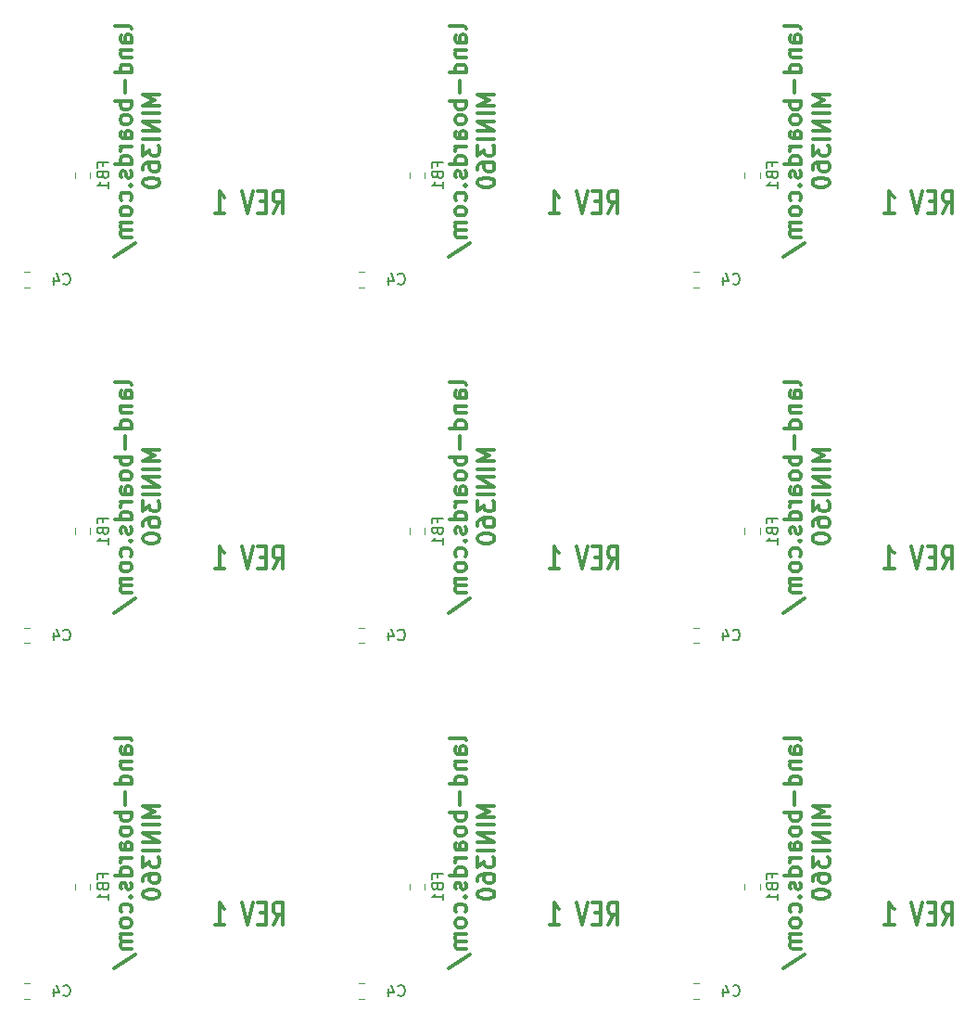
<source format=gbo>
%MOIN*%
%OFA0B0*%
%FSLAX46Y46*%
%IPPOS*%
%LPD*%
%ADD10C,0.012000000000000002*%
%ADD11C,0.0047244094488188976*%
%ADD12C,0.005905511811023622*%
%ADD23C,0.012000000000000002*%
%ADD24C,0.0047244094488188976*%
%ADD25C,0.005905511811023622*%
%ADD26C,0.012000000000000002*%
%ADD27C,0.0047244094488188976*%
%ADD28C,0.005905511811023622*%
%ADD29C,0.012000000000000002*%
%ADD30C,0.0047244094488188976*%
%ADD31C,0.005905511811023622*%
%ADD32C,0.012000000000000002*%
%ADD33C,0.0047244094488188976*%
%ADD34C,0.005905511811023622*%
%ADD35C,0.012000000000000002*%
%ADD36C,0.0047244094488188976*%
%ADD37C,0.005905511811023622*%
%ADD38C,0.012000000000000002*%
%ADD39C,0.0047244094488188976*%
%ADD40C,0.005905511811023622*%
%ADD41C,0.012000000000000002*%
%ADD42C,0.0047244094488188976*%
%ADD43C,0.005905511811023622*%
%ADD44C,0.012000000000000002*%
%ADD45C,0.0047244094488188976*%
%ADD46C,0.005905511811023622*%
G01*
D10*
X0001035714Y0000338809D02*
X0001055714Y0000376904D01*
X0001069999Y0000338809D02*
X0001069999Y0000418809D01*
X0001047142Y0000418809D01*
X0001041428Y0000415000D01*
X0001038571Y0000411190D01*
X0001035714Y0000403571D01*
X0001035714Y0000392142D01*
X0001038571Y0000384523D01*
X0001041428Y0000380714D01*
X0001047142Y0000376904D01*
X0001069999Y0000376904D01*
X0001009999Y0000380714D02*
X0000990000Y0000380714D01*
X0000981428Y0000338809D02*
X0001009999Y0000338809D01*
X0001009999Y0000418809D01*
X0000981428Y0000418809D01*
X0000964285Y0000418809D02*
X0000944285Y0000338809D01*
X0000924285Y0000418809D01*
X0000827142Y0000338809D02*
X0000861428Y0000338809D01*
X0000844285Y0000338809D02*
X0000844285Y0000418809D01*
X0000850000Y0000407380D01*
X0000855714Y0000399761D01*
X0000861428Y0000395952D01*
X0000526142Y0001001428D02*
X0000523285Y0001007142D01*
X0000517571Y0001010000D01*
X0000466142Y0001010000D01*
X0000526142Y0000952857D02*
X0000494714Y0000952857D01*
X0000489000Y0000955714D01*
X0000486142Y0000961428D01*
X0000486142Y0000972857D01*
X0000489000Y0000978571D01*
X0000523285Y0000952857D02*
X0000526142Y0000958571D01*
X0000526142Y0000972857D01*
X0000523285Y0000978571D01*
X0000517571Y0000981428D01*
X0000511857Y0000981428D01*
X0000506142Y0000978571D01*
X0000503285Y0000972857D01*
X0000503285Y0000958571D01*
X0000500428Y0000952857D01*
X0000486142Y0000924285D02*
X0000526142Y0000924285D01*
X0000491857Y0000924285D02*
X0000489000Y0000921428D01*
X0000486142Y0000915714D01*
X0000486142Y0000907142D01*
X0000489000Y0000901428D01*
X0000494714Y0000898571D01*
X0000526142Y0000898571D01*
X0000526142Y0000844285D02*
X0000466142Y0000844285D01*
X0000523285Y0000844285D02*
X0000526142Y0000850000D01*
X0000526142Y0000861428D01*
X0000523285Y0000867142D01*
X0000520428Y0000870000D01*
X0000514714Y0000872857D01*
X0000497571Y0000872857D01*
X0000491857Y0000870000D01*
X0000489000Y0000867142D01*
X0000486142Y0000861428D01*
X0000486142Y0000850000D01*
X0000489000Y0000844285D01*
X0000503285Y0000815714D02*
X0000503285Y0000770000D01*
X0000526142Y0000741428D02*
X0000466142Y0000741428D01*
X0000489000Y0000741428D02*
X0000486142Y0000735714D01*
X0000486142Y0000724285D01*
X0000489000Y0000718571D01*
X0000491857Y0000715714D01*
X0000497571Y0000712857D01*
X0000514714Y0000712857D01*
X0000520428Y0000715714D01*
X0000523285Y0000718571D01*
X0000526142Y0000724285D01*
X0000526142Y0000735714D01*
X0000523285Y0000741428D01*
X0000526142Y0000678571D02*
X0000523285Y0000684285D01*
X0000520428Y0000687142D01*
X0000514714Y0000690000D01*
X0000497571Y0000690000D01*
X0000491857Y0000687142D01*
X0000489000Y0000684285D01*
X0000486142Y0000678571D01*
X0000486142Y0000670000D01*
X0000489000Y0000664285D01*
X0000491857Y0000661428D01*
X0000497571Y0000658571D01*
X0000514714Y0000658571D01*
X0000520428Y0000661428D01*
X0000523285Y0000664285D01*
X0000526142Y0000670000D01*
X0000526142Y0000678571D01*
X0000526142Y0000607142D02*
X0000494714Y0000607142D01*
X0000489000Y0000610000D01*
X0000486142Y0000615714D01*
X0000486142Y0000627142D01*
X0000489000Y0000632857D01*
X0000523285Y0000607142D02*
X0000526142Y0000612857D01*
X0000526142Y0000627142D01*
X0000523285Y0000632857D01*
X0000517571Y0000635714D01*
X0000511857Y0000635714D01*
X0000506142Y0000632857D01*
X0000503285Y0000627142D01*
X0000503285Y0000612857D01*
X0000500428Y0000607142D01*
X0000526142Y0000578571D02*
X0000486142Y0000578571D01*
X0000497571Y0000578571D02*
X0000491857Y0000575714D01*
X0000489000Y0000572857D01*
X0000486142Y0000567142D01*
X0000486142Y0000561428D01*
X0000526142Y0000515714D02*
X0000466142Y0000515714D01*
X0000523285Y0000515714D02*
X0000526142Y0000521428D01*
X0000526142Y0000532857D01*
X0000523285Y0000538571D01*
X0000520428Y0000541428D01*
X0000514714Y0000544285D01*
X0000497571Y0000544285D01*
X0000491857Y0000541428D01*
X0000489000Y0000538571D01*
X0000486142Y0000532857D01*
X0000486142Y0000521428D01*
X0000489000Y0000515714D01*
X0000523285Y0000490000D02*
X0000526142Y0000484285D01*
X0000526142Y0000472857D01*
X0000523285Y0000467142D01*
X0000517571Y0000464285D01*
X0000514714Y0000464285D01*
X0000509000Y0000467142D01*
X0000506142Y0000472857D01*
X0000506142Y0000481428D01*
X0000503285Y0000487142D01*
X0000497571Y0000490000D01*
X0000494714Y0000490000D01*
X0000489000Y0000487142D01*
X0000486142Y0000481428D01*
X0000486142Y0000472857D01*
X0000489000Y0000467142D01*
X0000520428Y0000438571D02*
X0000523285Y0000435714D01*
X0000526142Y0000438571D01*
X0000523285Y0000441428D01*
X0000520428Y0000438571D01*
X0000526142Y0000438571D01*
X0000523285Y0000384285D02*
X0000526142Y0000389999D01*
X0000526142Y0000401428D01*
X0000523285Y0000407142D01*
X0000520428Y0000410000D01*
X0000514714Y0000412857D01*
X0000497571Y0000412857D01*
X0000491857Y0000410000D01*
X0000489000Y0000407142D01*
X0000486142Y0000401428D01*
X0000486142Y0000389999D01*
X0000489000Y0000384285D01*
X0000526142Y0000350000D02*
X0000523285Y0000355714D01*
X0000520428Y0000358571D01*
X0000514714Y0000361428D01*
X0000497571Y0000361428D01*
X0000491857Y0000358571D01*
X0000489000Y0000355714D01*
X0000486142Y0000350000D01*
X0000486142Y0000341428D01*
X0000489000Y0000335714D01*
X0000491857Y0000332857D01*
X0000497571Y0000330000D01*
X0000514714Y0000330000D01*
X0000520428Y0000332857D01*
X0000523285Y0000335714D01*
X0000526142Y0000341428D01*
X0000526142Y0000350000D01*
X0000526142Y0000304285D02*
X0000486142Y0000304285D01*
X0000491857Y0000304285D02*
X0000489000Y0000301428D01*
X0000486142Y0000295714D01*
X0000486142Y0000287142D01*
X0000489000Y0000281428D01*
X0000494714Y0000278571D01*
X0000526142Y0000278571D01*
X0000494714Y0000278571D02*
X0000489000Y0000275714D01*
X0000486142Y0000270000D01*
X0000486142Y0000261428D01*
X0000489000Y0000255714D01*
X0000494714Y0000252857D01*
X0000526142Y0000252857D01*
X0000463285Y0000181428D02*
X0000540428Y0000232857D01*
X0000628142Y0000765714D02*
X0000568142Y0000765714D01*
X0000611000Y0000745714D01*
X0000568142Y0000725714D01*
X0000628142Y0000725714D01*
X0000628142Y0000697142D02*
X0000568142Y0000697142D01*
X0000628142Y0000668571D02*
X0000568142Y0000668571D01*
X0000628142Y0000634285D01*
X0000568142Y0000634285D01*
X0000628142Y0000605714D02*
X0000568142Y0000605714D01*
X0000568142Y0000582857D02*
X0000568142Y0000545714D01*
X0000590999Y0000565714D01*
X0000590999Y0000557142D01*
X0000593857Y0000551428D01*
X0000596714Y0000548571D01*
X0000602428Y0000545714D01*
X0000616714Y0000545714D01*
X0000622428Y0000548571D01*
X0000625285Y0000551428D01*
X0000628142Y0000557142D01*
X0000628142Y0000574285D01*
X0000625285Y0000580000D01*
X0000622428Y0000582857D01*
X0000568142Y0000494285D02*
X0000568142Y0000505714D01*
X0000571000Y0000511428D01*
X0000573857Y0000514285D01*
X0000582428Y0000520000D01*
X0000593857Y0000522857D01*
X0000616714Y0000522857D01*
X0000622428Y0000520000D01*
X0000625285Y0000517142D01*
X0000628142Y0000511428D01*
X0000628142Y0000500000D01*
X0000625285Y0000494285D01*
X0000622428Y0000491428D01*
X0000616714Y0000488571D01*
X0000602428Y0000488571D01*
X0000596714Y0000491428D01*
X0000593857Y0000494285D01*
X0000590999Y0000500000D01*
X0000590999Y0000511428D01*
X0000593857Y0000517142D01*
X0000596714Y0000520000D01*
X0000602428Y0000522857D01*
X0000568142Y0000451428D02*
X0000568142Y0000445714D01*
X0000571000Y0000440000D01*
X0000573857Y0000437142D01*
X0000579571Y0000434285D01*
X0000590999Y0000431428D01*
X0000605285Y0000431428D01*
X0000616714Y0000434285D01*
X0000622428Y0000437142D01*
X0000625285Y0000440000D01*
X0000628142Y0000445714D01*
X0000628142Y0000451428D01*
X0000625285Y0000457142D01*
X0000622428Y0000460000D01*
X0000616714Y0000462857D01*
X0000605285Y0000465714D01*
X0000590999Y0000465714D01*
X0000579571Y0000462857D01*
X0000573857Y0000460000D01*
X0000571000Y0000457142D01*
X0000568142Y0000451428D01*
D11*
X0000377952Y0000485285D02*
X0000377952Y0000464714D01*
X0000322047Y0000485285D02*
X0000322047Y0000464714D01*
X0000139714Y0000127952D02*
X0000160285Y0000127952D01*
X0000139714Y0000072047D02*
X0000160285Y0000072047D01*
D12*
X0000422187Y0000507808D02*
X0000422187Y0000520931D01*
X0000442810Y0000520931D02*
X0000403440Y0000520931D01*
X0000403440Y0000502184D01*
X0000422187Y0000474062D02*
X0000424062Y0000468438D01*
X0000425937Y0000466563D01*
X0000429686Y0000464688D01*
X0000435311Y0000464688D01*
X0000439060Y0000466563D01*
X0000440935Y0000468438D01*
X0000442810Y0000472187D01*
X0000442810Y0000487185D01*
X0000403440Y0000487185D01*
X0000403440Y0000474062D01*
X0000405314Y0000470313D01*
X0000407189Y0000468438D01*
X0000410939Y0000466563D01*
X0000414688Y0000466563D01*
X0000418438Y0000468438D01*
X0000420313Y0000470313D01*
X0000422187Y0000474062D01*
X0000422187Y0000487185D01*
X0000442810Y0000427193D02*
X0000442810Y0000449690D01*
X0000442810Y0000438442D02*
X0000403440Y0000438442D01*
X0000409064Y0000442191D01*
X0000412814Y0000445941D01*
X0000414688Y0000449690D01*
X0000281561Y0000085939D02*
X0000283436Y0000084064D01*
X0000289060Y0000082189D01*
X0000292810Y0000082189D01*
X0000298434Y0000084064D01*
X0000302184Y0000087814D01*
X0000304058Y0000091563D01*
X0000305933Y0000099062D01*
X0000305933Y0000104686D01*
X0000304058Y0000112185D01*
X0000302184Y0000115935D01*
X0000298434Y0000119685D01*
X0000292810Y0000121559D01*
X0000289060Y0000121559D01*
X0000283436Y0000119685D01*
X0000281561Y0000117810D01*
X0000247815Y0000108436D02*
X0000247815Y0000082189D01*
X0000257189Y0000123434D02*
X0000266563Y0000095313D01*
X0000242191Y0000095313D01*
G04 next file*
G04 #@! TF.GenerationSoftware,KiCad,Pcbnew,(5.1.10)-1*
G04 #@! TF.CreationDate,2021-09-23T17:15:10-04:00*
G04 #@! TF.ProjectId,MINI360,4d494e49-3336-4302-9e6b-696361645f70,X1*
G04 #@! TF.SameCoordinates,Original*
G04 #@! TF.FileFunction,Legend,Bot*
G04 #@! TF.FilePolarity,Positive*
G04 Gerber Fmt 4.6, Leading zero omitted, Abs format (unit mm)*
G04 Created by KiCad (PCBNEW (5.1.10)-1) date 2021-09-23 17:15:10*
G01*
G04 APERTURE LIST*
G04 APERTURE END LIST*
D23*
X0001035714Y0001617549D02*
X0001055714Y0001655644D01*
X0001069999Y0001617549D02*
X0001069999Y0001697549D01*
X0001047142Y0001697549D01*
X0001041428Y0001693740D01*
X0001038571Y0001689930D01*
X0001035714Y0001682311D01*
X0001035714Y0001670883D01*
X0001038571Y0001663263D01*
X0001041428Y0001659454D01*
X0001047142Y0001655644D01*
X0001069999Y0001655644D01*
X0001009999Y0001659454D02*
X0000990000Y0001659454D01*
X0000981428Y0001617549D02*
X0001009999Y0001617549D01*
X0001009999Y0001697549D01*
X0000981428Y0001697549D01*
X0000964285Y0001697549D02*
X0000944285Y0001617549D01*
X0000924285Y0001697549D01*
X0000827142Y0001617549D02*
X0000861428Y0001617549D01*
X0000844285Y0001617549D02*
X0000844285Y0001697549D01*
X0000850000Y0001686121D01*
X0000855714Y0001678502D01*
X0000861428Y0001674692D01*
X0000526142Y0002280168D02*
X0000523285Y0002285883D01*
X0000517571Y0002288740D01*
X0000466142Y0002288740D01*
X0000526142Y0002231597D02*
X0000494714Y0002231597D01*
X0000489000Y0002234454D01*
X0000486142Y0002240168D01*
X0000486142Y0002251597D01*
X0000489000Y0002257311D01*
X0000523285Y0002231597D02*
X0000526142Y0002237311D01*
X0000526142Y0002251597D01*
X0000523285Y0002257311D01*
X0000517571Y0002260168D01*
X0000511857Y0002260168D01*
X0000506142Y0002257311D01*
X0000503285Y0002251597D01*
X0000503285Y0002237311D01*
X0000500428Y0002231597D01*
X0000486142Y0002203025D02*
X0000526142Y0002203025D01*
X0000491857Y0002203025D02*
X0000489000Y0002200168D01*
X0000486142Y0002194454D01*
X0000486142Y0002185883D01*
X0000489000Y0002180168D01*
X0000494714Y0002177311D01*
X0000526142Y0002177311D01*
X0000526142Y0002123025D02*
X0000466142Y0002123025D01*
X0000523285Y0002123025D02*
X0000526142Y0002128740D01*
X0000526142Y0002140168D01*
X0000523285Y0002145883D01*
X0000520428Y0002148740D01*
X0000514714Y0002151597D01*
X0000497571Y0002151597D01*
X0000491857Y0002148740D01*
X0000489000Y0002145883D01*
X0000486142Y0002140168D01*
X0000486142Y0002128740D01*
X0000489000Y0002123025D01*
X0000503285Y0002094454D02*
X0000503285Y0002048740D01*
X0000526142Y0002020168D02*
X0000466142Y0002020168D01*
X0000489000Y0002020168D02*
X0000486142Y0002014454D01*
X0000486142Y0002003025D01*
X0000489000Y0001997311D01*
X0000491857Y0001994454D01*
X0000497571Y0001991597D01*
X0000514714Y0001991597D01*
X0000520428Y0001994454D01*
X0000523285Y0001997311D01*
X0000526142Y0002003025D01*
X0000526142Y0002014454D01*
X0000523285Y0002020168D01*
X0000526142Y0001957311D02*
X0000523285Y0001963025D01*
X0000520428Y0001965883D01*
X0000514714Y0001968740D01*
X0000497571Y0001968740D01*
X0000491857Y0001965883D01*
X0000489000Y0001963025D01*
X0000486142Y0001957311D01*
X0000486142Y0001948740D01*
X0000489000Y0001943025D01*
X0000491857Y0001940168D01*
X0000497571Y0001937311D01*
X0000514714Y0001937311D01*
X0000520428Y0001940168D01*
X0000523285Y0001943025D01*
X0000526142Y0001948740D01*
X0000526142Y0001957311D01*
X0000526142Y0001885883D02*
X0000494714Y0001885883D01*
X0000489000Y0001888740D01*
X0000486142Y0001894454D01*
X0000486142Y0001905883D01*
X0000489000Y0001911597D01*
X0000523285Y0001885883D02*
X0000526142Y0001891597D01*
X0000526142Y0001905883D01*
X0000523285Y0001911597D01*
X0000517571Y0001914454D01*
X0000511857Y0001914454D01*
X0000506142Y0001911597D01*
X0000503285Y0001905883D01*
X0000503285Y0001891597D01*
X0000500428Y0001885883D01*
X0000526142Y0001857311D02*
X0000486142Y0001857311D01*
X0000497571Y0001857311D02*
X0000491857Y0001854454D01*
X0000489000Y0001851597D01*
X0000486142Y0001845883D01*
X0000486142Y0001840168D01*
X0000526142Y0001794454D02*
X0000466142Y0001794454D01*
X0000523285Y0001794454D02*
X0000526142Y0001800168D01*
X0000526142Y0001811597D01*
X0000523285Y0001817311D01*
X0000520428Y0001820168D01*
X0000514714Y0001823025D01*
X0000497571Y0001823025D01*
X0000491857Y0001820168D01*
X0000489000Y0001817311D01*
X0000486142Y0001811597D01*
X0000486142Y0001800168D01*
X0000489000Y0001794454D01*
X0000523285Y0001768740D02*
X0000526142Y0001763025D01*
X0000526142Y0001751597D01*
X0000523285Y0001745883D01*
X0000517571Y0001743025D01*
X0000514714Y0001743025D01*
X0000509000Y0001745883D01*
X0000506142Y0001751597D01*
X0000506142Y0001760168D01*
X0000503285Y0001765883D01*
X0000497571Y0001768740D01*
X0000494714Y0001768740D01*
X0000489000Y0001765883D01*
X0000486142Y0001760168D01*
X0000486142Y0001751597D01*
X0000489000Y0001745883D01*
X0000520428Y0001717311D02*
X0000523285Y0001714454D01*
X0000526142Y0001717311D01*
X0000523285Y0001720168D01*
X0000520428Y0001717311D01*
X0000526142Y0001717311D01*
X0000523285Y0001663025D02*
X0000526142Y0001668740D01*
X0000526142Y0001680168D01*
X0000523285Y0001685883D01*
X0000520428Y0001688740D01*
X0000514714Y0001691597D01*
X0000497571Y0001691597D01*
X0000491857Y0001688740D01*
X0000489000Y0001685883D01*
X0000486142Y0001680168D01*
X0000486142Y0001668740D01*
X0000489000Y0001663025D01*
X0000526142Y0001628740D02*
X0000523285Y0001634454D01*
X0000520428Y0001637311D01*
X0000514714Y0001640168D01*
X0000497571Y0001640168D01*
X0000491857Y0001637311D01*
X0000489000Y0001634454D01*
X0000486142Y0001628740D01*
X0000486142Y0001620168D01*
X0000489000Y0001614454D01*
X0000491857Y0001611597D01*
X0000497571Y0001608740D01*
X0000514714Y0001608740D01*
X0000520428Y0001611597D01*
X0000523285Y0001614454D01*
X0000526142Y0001620168D01*
X0000526142Y0001628740D01*
X0000526142Y0001583025D02*
X0000486142Y0001583025D01*
X0000491857Y0001583025D02*
X0000489000Y0001580168D01*
X0000486142Y0001574454D01*
X0000486142Y0001565883D01*
X0000489000Y0001560168D01*
X0000494714Y0001557311D01*
X0000526142Y0001557311D01*
X0000494714Y0001557311D02*
X0000489000Y0001554454D01*
X0000486142Y0001548740D01*
X0000486142Y0001540168D01*
X0000489000Y0001534454D01*
X0000494714Y0001531597D01*
X0000526142Y0001531597D01*
X0000463285Y0001460168D02*
X0000540428Y0001511597D01*
X0000628142Y0002044454D02*
X0000568142Y0002044454D01*
X0000611000Y0002024454D01*
X0000568142Y0002004454D01*
X0000628142Y0002004454D01*
X0000628142Y0001975883D02*
X0000568142Y0001975883D01*
X0000628142Y0001947311D02*
X0000568142Y0001947311D01*
X0000628142Y0001913025D01*
X0000568142Y0001913025D01*
X0000628142Y0001884454D02*
X0000568142Y0001884454D01*
X0000568142Y0001861597D02*
X0000568142Y0001824454D01*
X0000590999Y0001844454D01*
X0000590999Y0001835883D01*
X0000593857Y0001830168D01*
X0000596714Y0001827311D01*
X0000602428Y0001824454D01*
X0000616714Y0001824454D01*
X0000622428Y0001827311D01*
X0000625285Y0001830168D01*
X0000628142Y0001835883D01*
X0000628142Y0001853025D01*
X0000625285Y0001858740D01*
X0000622428Y0001861597D01*
X0000568142Y0001773025D02*
X0000568142Y0001784454D01*
X0000571000Y0001790168D01*
X0000573857Y0001793025D01*
X0000582428Y0001798740D01*
X0000593857Y0001801597D01*
X0000616714Y0001801597D01*
X0000622428Y0001798740D01*
X0000625285Y0001795883D01*
X0000628142Y0001790168D01*
X0000628142Y0001778740D01*
X0000625285Y0001773025D01*
X0000622428Y0001770168D01*
X0000616714Y0001767311D01*
X0000602428Y0001767311D01*
X0000596714Y0001770168D01*
X0000593857Y0001773025D01*
X0000590999Y0001778740D01*
X0000590999Y0001790168D01*
X0000593857Y0001795883D01*
X0000596714Y0001798740D01*
X0000602428Y0001801597D01*
X0000568142Y0001730168D02*
X0000568142Y0001724454D01*
X0000571000Y0001718740D01*
X0000573857Y0001715883D01*
X0000579571Y0001713025D01*
X0000590999Y0001710168D01*
X0000605285Y0001710168D01*
X0000616714Y0001713025D01*
X0000622428Y0001715883D01*
X0000625285Y0001718740D01*
X0000628142Y0001724454D01*
X0000628142Y0001730168D01*
X0000625285Y0001735883D01*
X0000622428Y0001738740D01*
X0000616714Y0001741597D01*
X0000605285Y0001744454D01*
X0000590999Y0001744454D01*
X0000579571Y0001741597D01*
X0000573857Y0001738740D01*
X0000571000Y0001735883D01*
X0000568142Y0001730168D01*
D24*
X0000377952Y0001764025D02*
X0000377952Y0001743454D01*
X0000322047Y0001764025D02*
X0000322047Y0001743454D01*
X0000139714Y0001406692D02*
X0000160285Y0001406692D01*
X0000139714Y0001350787D02*
X0000160285Y0001350787D01*
D25*
X0000422187Y0001786548D02*
X0000422187Y0001799671D01*
X0000442810Y0001799671D02*
X0000403440Y0001799671D01*
X0000403440Y0001780924D01*
X0000422187Y0001752802D02*
X0000424062Y0001747178D01*
X0000425937Y0001745303D01*
X0000429686Y0001743428D01*
X0000435311Y0001743428D01*
X0000439060Y0001745303D01*
X0000440935Y0001747178D01*
X0000442810Y0001750928D01*
X0000442810Y0001765926D01*
X0000403440Y0001765926D01*
X0000403440Y0001752802D01*
X0000405314Y0001749053D01*
X0000407189Y0001747178D01*
X0000410939Y0001745303D01*
X0000414688Y0001745303D01*
X0000418438Y0001747178D01*
X0000420313Y0001749053D01*
X0000422187Y0001752802D01*
X0000422187Y0001765926D01*
X0000442810Y0001705933D02*
X0000442810Y0001728430D01*
X0000442810Y0001717182D02*
X0000403440Y0001717182D01*
X0000409064Y0001720931D01*
X0000412814Y0001724681D01*
X0000414688Y0001728430D01*
X0000281561Y0001364679D02*
X0000283436Y0001362804D01*
X0000289060Y0001360929D01*
X0000292810Y0001360929D01*
X0000298434Y0001362804D01*
X0000302184Y0001366554D01*
X0000304058Y0001370303D01*
X0000305933Y0001377802D01*
X0000305933Y0001383427D01*
X0000304058Y0001390926D01*
X0000302184Y0001394675D01*
X0000298434Y0001398425D01*
X0000292810Y0001400300D01*
X0000289060Y0001400300D01*
X0000283436Y0001398425D01*
X0000281561Y0001396550D01*
X0000247815Y0001387176D02*
X0000247815Y0001360929D01*
X0000257189Y0001402174D02*
X0000266563Y0001374053D01*
X0000242191Y0001374053D01*
G04 next file*
G04 #@! TF.GenerationSoftware,KiCad,Pcbnew,(5.1.10)-1*
G04 #@! TF.CreationDate,2021-09-23T17:15:10-04:00*
G04 #@! TF.ProjectId,MINI360,4d494e49-3336-4302-9e6b-696361645f70,X1*
G04 #@! TF.SameCoordinates,Original*
G04 #@! TF.FileFunction,Legend,Bot*
G04 #@! TF.FilePolarity,Positive*
G04 Gerber Fmt 4.6, Leading zero omitted, Abs format (unit mm)*
G04 Created by KiCad (PCBNEW (5.1.10)-1) date 2021-09-23 17:15:10*
G01*
G04 APERTURE LIST*
G04 APERTURE END LIST*
D26*
X0001035714Y0002896289D02*
X0001055714Y0002934385D01*
X0001069999Y0002896289D02*
X0001069999Y0002976289D01*
X0001047142Y0002976289D01*
X0001041428Y0002972480D01*
X0001038571Y0002968670D01*
X0001035714Y0002961051D01*
X0001035714Y0002949623D01*
X0001038571Y0002942004D01*
X0001041428Y0002938194D01*
X0001047142Y0002934385D01*
X0001069999Y0002934385D01*
X0001009999Y0002938194D02*
X0000990000Y0002938194D01*
X0000981428Y0002896289D02*
X0001009999Y0002896289D01*
X0001009999Y0002976289D01*
X0000981428Y0002976289D01*
X0000964285Y0002976289D02*
X0000944285Y0002896289D01*
X0000924285Y0002976289D01*
X0000827142Y0002896289D02*
X0000861428Y0002896289D01*
X0000844285Y0002896289D02*
X0000844285Y0002976289D01*
X0000850000Y0002964861D01*
X0000855714Y0002957242D01*
X0000861428Y0002953432D01*
X0000526142Y0003558908D02*
X0000523285Y0003564623D01*
X0000517571Y0003567480D01*
X0000466142Y0003567480D01*
X0000526142Y0003510337D02*
X0000494714Y0003510337D01*
X0000489000Y0003513194D01*
X0000486142Y0003518908D01*
X0000486142Y0003530337D01*
X0000489000Y0003536051D01*
X0000523285Y0003510337D02*
X0000526142Y0003516051D01*
X0000526142Y0003530337D01*
X0000523285Y0003536051D01*
X0000517571Y0003538908D01*
X0000511857Y0003538908D01*
X0000506142Y0003536051D01*
X0000503285Y0003530337D01*
X0000503285Y0003516051D01*
X0000500428Y0003510337D01*
X0000486142Y0003481766D02*
X0000526142Y0003481766D01*
X0000491857Y0003481766D02*
X0000489000Y0003478908D01*
X0000486142Y0003473194D01*
X0000486142Y0003464623D01*
X0000489000Y0003458908D01*
X0000494714Y0003456051D01*
X0000526142Y0003456051D01*
X0000526142Y0003401766D02*
X0000466142Y0003401766D01*
X0000523285Y0003401766D02*
X0000526142Y0003407480D01*
X0000526142Y0003418908D01*
X0000523285Y0003424623D01*
X0000520428Y0003427480D01*
X0000514714Y0003430337D01*
X0000497571Y0003430337D01*
X0000491857Y0003427480D01*
X0000489000Y0003424623D01*
X0000486142Y0003418908D01*
X0000486142Y0003407480D01*
X0000489000Y0003401766D01*
X0000503285Y0003373194D02*
X0000503285Y0003327480D01*
X0000526142Y0003298908D02*
X0000466142Y0003298908D01*
X0000489000Y0003298908D02*
X0000486142Y0003293194D01*
X0000486142Y0003281766D01*
X0000489000Y0003276051D01*
X0000491857Y0003273194D01*
X0000497571Y0003270337D01*
X0000514714Y0003270337D01*
X0000520428Y0003273194D01*
X0000523285Y0003276051D01*
X0000526142Y0003281766D01*
X0000526142Y0003293194D01*
X0000523285Y0003298908D01*
X0000526142Y0003236051D02*
X0000523285Y0003241766D01*
X0000520428Y0003244623D01*
X0000514714Y0003247480D01*
X0000497571Y0003247480D01*
X0000491857Y0003244623D01*
X0000489000Y0003241766D01*
X0000486142Y0003236051D01*
X0000486142Y0003227480D01*
X0000489000Y0003221766D01*
X0000491857Y0003218908D01*
X0000497571Y0003216051D01*
X0000514714Y0003216051D01*
X0000520428Y0003218908D01*
X0000523285Y0003221766D01*
X0000526142Y0003227480D01*
X0000526142Y0003236051D01*
X0000526142Y0003164623D02*
X0000494714Y0003164623D01*
X0000489000Y0003167480D01*
X0000486142Y0003173194D01*
X0000486142Y0003184623D01*
X0000489000Y0003190337D01*
X0000523285Y0003164623D02*
X0000526142Y0003170337D01*
X0000526142Y0003184623D01*
X0000523285Y0003190337D01*
X0000517571Y0003193194D01*
X0000511857Y0003193194D01*
X0000506142Y0003190337D01*
X0000503285Y0003184623D01*
X0000503285Y0003170337D01*
X0000500428Y0003164623D01*
X0000526142Y0003136051D02*
X0000486142Y0003136051D01*
X0000497571Y0003136051D02*
X0000491857Y0003133194D01*
X0000489000Y0003130337D01*
X0000486142Y0003124623D01*
X0000486142Y0003118908D01*
X0000526142Y0003073194D02*
X0000466142Y0003073194D01*
X0000523285Y0003073194D02*
X0000526142Y0003078908D01*
X0000526142Y0003090337D01*
X0000523285Y0003096051D01*
X0000520428Y0003098908D01*
X0000514714Y0003101766D01*
X0000497571Y0003101766D01*
X0000491857Y0003098908D01*
X0000489000Y0003096051D01*
X0000486142Y0003090337D01*
X0000486142Y0003078908D01*
X0000489000Y0003073194D01*
X0000523285Y0003047480D02*
X0000526142Y0003041766D01*
X0000526142Y0003030337D01*
X0000523285Y0003024623D01*
X0000517571Y0003021766D01*
X0000514714Y0003021766D01*
X0000509000Y0003024623D01*
X0000506142Y0003030337D01*
X0000506142Y0003038908D01*
X0000503285Y0003044623D01*
X0000497571Y0003047480D01*
X0000494714Y0003047480D01*
X0000489000Y0003044623D01*
X0000486142Y0003038908D01*
X0000486142Y0003030337D01*
X0000489000Y0003024623D01*
X0000520428Y0002996051D02*
X0000523285Y0002993194D01*
X0000526142Y0002996051D01*
X0000523285Y0002998908D01*
X0000520428Y0002996051D01*
X0000526142Y0002996051D01*
X0000523285Y0002941766D02*
X0000526142Y0002947480D01*
X0000526142Y0002958908D01*
X0000523285Y0002964623D01*
X0000520428Y0002967480D01*
X0000514714Y0002970337D01*
X0000497571Y0002970337D01*
X0000491857Y0002967480D01*
X0000489000Y0002964623D01*
X0000486142Y0002958908D01*
X0000486142Y0002947480D01*
X0000489000Y0002941766D01*
X0000526142Y0002907480D02*
X0000523285Y0002913194D01*
X0000520428Y0002916051D01*
X0000514714Y0002918908D01*
X0000497571Y0002918908D01*
X0000491857Y0002916051D01*
X0000489000Y0002913194D01*
X0000486142Y0002907480D01*
X0000486142Y0002898908D01*
X0000489000Y0002893194D01*
X0000491857Y0002890337D01*
X0000497571Y0002887480D01*
X0000514714Y0002887480D01*
X0000520428Y0002890337D01*
X0000523285Y0002893194D01*
X0000526142Y0002898908D01*
X0000526142Y0002907480D01*
X0000526142Y0002861766D02*
X0000486142Y0002861766D01*
X0000491857Y0002861766D02*
X0000489000Y0002858908D01*
X0000486142Y0002853194D01*
X0000486142Y0002844623D01*
X0000489000Y0002838908D01*
X0000494714Y0002836051D01*
X0000526142Y0002836051D01*
X0000494714Y0002836051D02*
X0000489000Y0002833194D01*
X0000486142Y0002827480D01*
X0000486142Y0002818908D01*
X0000489000Y0002813194D01*
X0000494714Y0002810337D01*
X0000526142Y0002810337D01*
X0000463285Y0002738908D02*
X0000540428Y0002790337D01*
X0000628142Y0003323194D02*
X0000568142Y0003323194D01*
X0000611000Y0003303194D01*
X0000568142Y0003283194D01*
X0000628142Y0003283194D01*
X0000628142Y0003254623D02*
X0000568142Y0003254623D01*
X0000628142Y0003226051D02*
X0000568142Y0003226051D01*
X0000628142Y0003191766D01*
X0000568142Y0003191766D01*
X0000628142Y0003163194D02*
X0000568142Y0003163194D01*
X0000568142Y0003140337D02*
X0000568142Y0003103194D01*
X0000590999Y0003123194D01*
X0000590999Y0003114623D01*
X0000593857Y0003108908D01*
X0000596714Y0003106051D01*
X0000602428Y0003103194D01*
X0000616714Y0003103194D01*
X0000622428Y0003106051D01*
X0000625285Y0003108908D01*
X0000628142Y0003114623D01*
X0000628142Y0003131766D01*
X0000625285Y0003137480D01*
X0000622428Y0003140337D01*
X0000568142Y0003051766D02*
X0000568142Y0003063194D01*
X0000571000Y0003068908D01*
X0000573857Y0003071766D01*
X0000582428Y0003077480D01*
X0000593857Y0003080337D01*
X0000616714Y0003080337D01*
X0000622428Y0003077480D01*
X0000625285Y0003074623D01*
X0000628142Y0003068908D01*
X0000628142Y0003057480D01*
X0000625285Y0003051766D01*
X0000622428Y0003048908D01*
X0000616714Y0003046051D01*
X0000602428Y0003046051D01*
X0000596714Y0003048908D01*
X0000593857Y0003051766D01*
X0000590999Y0003057480D01*
X0000590999Y0003068908D01*
X0000593857Y0003074623D01*
X0000596714Y0003077480D01*
X0000602428Y0003080337D01*
X0000568142Y0003008908D02*
X0000568142Y0003003194D01*
X0000571000Y0002997480D01*
X0000573857Y0002994623D01*
X0000579571Y0002991766D01*
X0000590999Y0002988908D01*
X0000605285Y0002988908D01*
X0000616714Y0002991766D01*
X0000622428Y0002994623D01*
X0000625285Y0002997480D01*
X0000628142Y0003003194D01*
X0000628142Y0003008908D01*
X0000625285Y0003014623D01*
X0000622428Y0003017480D01*
X0000616714Y0003020337D01*
X0000605285Y0003023194D01*
X0000590999Y0003023194D01*
X0000579571Y0003020337D01*
X0000573857Y0003017480D01*
X0000571000Y0003014623D01*
X0000568142Y0003008908D01*
D27*
X0000377952Y0003042765D02*
X0000377952Y0003022194D01*
X0000322047Y0003042765D02*
X0000322047Y0003022194D01*
X0000139714Y0002685433D02*
X0000160285Y0002685433D01*
X0000139714Y0002629527D02*
X0000160285Y0002629527D01*
D28*
X0000422187Y0003065288D02*
X0000422187Y0003078412D01*
X0000442810Y0003078412D02*
X0000403440Y0003078412D01*
X0000403440Y0003059664D01*
X0000422187Y0003031542D02*
X0000424062Y0003025918D01*
X0000425937Y0003024043D01*
X0000429686Y0003022169D01*
X0000435311Y0003022169D01*
X0000439060Y0003024043D01*
X0000440935Y0003025918D01*
X0000442810Y0003029668D01*
X0000442810Y0003044666D01*
X0000403440Y0003044666D01*
X0000403440Y0003031542D01*
X0000405314Y0003027793D01*
X0000407189Y0003025918D01*
X0000410939Y0003024043D01*
X0000414688Y0003024043D01*
X0000418438Y0003025918D01*
X0000420313Y0003027793D01*
X0000422187Y0003031542D01*
X0000422187Y0003044666D01*
X0000442810Y0002984673D02*
X0000442810Y0003007170D01*
X0000442810Y0002995922D02*
X0000403440Y0002995922D01*
X0000409064Y0002999671D01*
X0000412814Y0003003421D01*
X0000414688Y0003007170D01*
X0000281561Y0002643419D02*
X0000283436Y0002641544D01*
X0000289060Y0002639670D01*
X0000292810Y0002639670D01*
X0000298434Y0002641544D01*
X0000302184Y0002645294D01*
X0000304058Y0002649043D01*
X0000305933Y0002656542D01*
X0000305933Y0002662167D01*
X0000304058Y0002669666D01*
X0000302184Y0002673415D01*
X0000298434Y0002677165D01*
X0000292810Y0002679040D01*
X0000289060Y0002679040D01*
X0000283436Y0002677165D01*
X0000281561Y0002675290D01*
X0000247815Y0002665916D02*
X0000247815Y0002639670D01*
X0000257189Y0002680914D02*
X0000266563Y0002652793D01*
X0000242191Y0002652793D01*
G04 next file*
G04 #@! TF.GenerationSoftware,KiCad,Pcbnew,(5.1.10)-1*
G04 #@! TF.CreationDate,2021-09-23T17:15:10-04:00*
G04 #@! TF.ProjectId,MINI360,4d494e49-3336-4302-9e6b-696361645f70,X1*
G04 #@! TF.SameCoordinates,Original*
G04 #@! TF.FileFunction,Legend,Bot*
G04 #@! TF.FilePolarity,Positive*
G04 Gerber Fmt 4.6, Leading zero omitted, Abs format (unit mm)*
G04 Created by KiCad (PCBNEW (5.1.10)-1) date 2021-09-23 17:15:10*
G01*
G04 APERTURE LIST*
G04 APERTURE END LIST*
D29*
X0002239454Y0000338809D02*
X0002259454Y0000376904D01*
X0002273740Y0000338809D02*
X0002273740Y0000418809D01*
X0002250882Y0000418809D01*
X0002245168Y0000415000D01*
X0002242311Y0000411190D01*
X0002239454Y0000403571D01*
X0002239454Y0000392142D01*
X0002242311Y0000384523D01*
X0002245168Y0000380714D01*
X0002250882Y0000376904D01*
X0002273740Y0000376904D01*
X0002213740Y0000380714D02*
X0002193740Y0000380714D01*
X0002185168Y0000338809D02*
X0002213740Y0000338809D01*
X0002213740Y0000418809D01*
X0002185168Y0000418809D01*
X0002168025Y0000418809D02*
X0002148025Y0000338809D01*
X0002128025Y0000418809D01*
X0002030882Y0000338809D02*
X0002065168Y0000338809D01*
X0002048025Y0000338809D02*
X0002048025Y0000418809D01*
X0002053740Y0000407380D01*
X0002059454Y0000399761D01*
X0002065168Y0000395952D01*
X0001729882Y0001001428D02*
X0001727025Y0001007142D01*
X0001721311Y0001010000D01*
X0001669882Y0001010000D01*
X0001729882Y0000952857D02*
X0001698454Y0000952857D01*
X0001692740Y0000955714D01*
X0001689882Y0000961428D01*
X0001689882Y0000972857D01*
X0001692740Y0000978571D01*
X0001727025Y0000952857D02*
X0001729882Y0000958571D01*
X0001729882Y0000972857D01*
X0001727025Y0000978571D01*
X0001721311Y0000981428D01*
X0001715597Y0000981428D01*
X0001709882Y0000978571D01*
X0001707025Y0000972857D01*
X0001707025Y0000958571D01*
X0001704168Y0000952857D01*
X0001689882Y0000924285D02*
X0001729882Y0000924285D01*
X0001695597Y0000924285D02*
X0001692740Y0000921428D01*
X0001689882Y0000915714D01*
X0001689882Y0000907142D01*
X0001692740Y0000901428D01*
X0001698454Y0000898571D01*
X0001729882Y0000898571D01*
X0001729882Y0000844285D02*
X0001669882Y0000844285D01*
X0001727025Y0000844285D02*
X0001729882Y0000850000D01*
X0001729882Y0000861428D01*
X0001727025Y0000867142D01*
X0001724168Y0000870000D01*
X0001718454Y0000872857D01*
X0001701311Y0000872857D01*
X0001695597Y0000870000D01*
X0001692740Y0000867142D01*
X0001689882Y0000861428D01*
X0001689882Y0000850000D01*
X0001692740Y0000844285D01*
X0001707025Y0000815714D02*
X0001707025Y0000770000D01*
X0001729882Y0000741428D02*
X0001669882Y0000741428D01*
X0001692740Y0000741428D02*
X0001689882Y0000735714D01*
X0001689882Y0000724285D01*
X0001692740Y0000718571D01*
X0001695597Y0000715714D01*
X0001701311Y0000712857D01*
X0001718454Y0000712857D01*
X0001724168Y0000715714D01*
X0001727025Y0000718571D01*
X0001729882Y0000724285D01*
X0001729882Y0000735714D01*
X0001727025Y0000741428D01*
X0001729882Y0000678571D02*
X0001727025Y0000684285D01*
X0001724168Y0000687142D01*
X0001718454Y0000690000D01*
X0001701311Y0000690000D01*
X0001695597Y0000687142D01*
X0001692740Y0000684285D01*
X0001689882Y0000678571D01*
X0001689882Y0000670000D01*
X0001692740Y0000664285D01*
X0001695597Y0000661428D01*
X0001701311Y0000658571D01*
X0001718454Y0000658571D01*
X0001724168Y0000661428D01*
X0001727025Y0000664285D01*
X0001729882Y0000670000D01*
X0001729882Y0000678571D01*
X0001729882Y0000607142D02*
X0001698454Y0000607142D01*
X0001692740Y0000610000D01*
X0001689882Y0000615714D01*
X0001689882Y0000627142D01*
X0001692740Y0000632857D01*
X0001727025Y0000607142D02*
X0001729882Y0000612857D01*
X0001729882Y0000627142D01*
X0001727025Y0000632857D01*
X0001721311Y0000635714D01*
X0001715597Y0000635714D01*
X0001709882Y0000632857D01*
X0001707025Y0000627142D01*
X0001707025Y0000612857D01*
X0001704168Y0000607142D01*
X0001729882Y0000578571D02*
X0001689882Y0000578571D01*
X0001701311Y0000578571D02*
X0001695597Y0000575714D01*
X0001692740Y0000572857D01*
X0001689882Y0000567142D01*
X0001689882Y0000561428D01*
X0001729882Y0000515714D02*
X0001669882Y0000515714D01*
X0001727025Y0000515714D02*
X0001729882Y0000521428D01*
X0001729882Y0000532857D01*
X0001727025Y0000538571D01*
X0001724168Y0000541428D01*
X0001718454Y0000544285D01*
X0001701311Y0000544285D01*
X0001695597Y0000541428D01*
X0001692740Y0000538571D01*
X0001689882Y0000532857D01*
X0001689882Y0000521428D01*
X0001692740Y0000515714D01*
X0001727025Y0000490000D02*
X0001729882Y0000484285D01*
X0001729882Y0000472857D01*
X0001727025Y0000467142D01*
X0001721311Y0000464285D01*
X0001718454Y0000464285D01*
X0001712740Y0000467142D01*
X0001709882Y0000472857D01*
X0001709882Y0000481428D01*
X0001707025Y0000487142D01*
X0001701311Y0000490000D01*
X0001698454Y0000490000D01*
X0001692740Y0000487142D01*
X0001689882Y0000481428D01*
X0001689882Y0000472857D01*
X0001692740Y0000467142D01*
X0001724168Y0000438571D02*
X0001727025Y0000435714D01*
X0001729882Y0000438571D01*
X0001727025Y0000441428D01*
X0001724168Y0000438571D01*
X0001729882Y0000438571D01*
X0001727025Y0000384285D02*
X0001729882Y0000389999D01*
X0001729882Y0000401428D01*
X0001727025Y0000407142D01*
X0001724168Y0000410000D01*
X0001718454Y0000412857D01*
X0001701311Y0000412857D01*
X0001695597Y0000410000D01*
X0001692740Y0000407142D01*
X0001689882Y0000401428D01*
X0001689882Y0000389999D01*
X0001692740Y0000384285D01*
X0001729882Y0000350000D02*
X0001727025Y0000355714D01*
X0001724168Y0000358571D01*
X0001718454Y0000361428D01*
X0001701311Y0000361428D01*
X0001695597Y0000358571D01*
X0001692740Y0000355714D01*
X0001689882Y0000350000D01*
X0001689882Y0000341428D01*
X0001692740Y0000335714D01*
X0001695597Y0000332857D01*
X0001701311Y0000330000D01*
X0001718454Y0000330000D01*
X0001724168Y0000332857D01*
X0001727025Y0000335714D01*
X0001729882Y0000341428D01*
X0001729882Y0000350000D01*
X0001729882Y0000304285D02*
X0001689882Y0000304285D01*
X0001695597Y0000304285D02*
X0001692740Y0000301428D01*
X0001689882Y0000295714D01*
X0001689882Y0000287142D01*
X0001692740Y0000281428D01*
X0001698454Y0000278571D01*
X0001729882Y0000278571D01*
X0001698454Y0000278571D02*
X0001692740Y0000275714D01*
X0001689882Y0000270000D01*
X0001689882Y0000261428D01*
X0001692740Y0000255714D01*
X0001698454Y0000252857D01*
X0001729882Y0000252857D01*
X0001667025Y0000181428D02*
X0001744168Y0000232857D01*
X0001831882Y0000765714D02*
X0001771882Y0000765714D01*
X0001814740Y0000745714D01*
X0001771882Y0000725714D01*
X0001831882Y0000725714D01*
X0001831882Y0000697142D02*
X0001771882Y0000697142D01*
X0001831882Y0000668571D02*
X0001771882Y0000668571D01*
X0001831882Y0000634285D01*
X0001771882Y0000634285D01*
X0001831882Y0000605714D02*
X0001771882Y0000605714D01*
X0001771882Y0000582857D02*
X0001771882Y0000545714D01*
X0001794740Y0000565714D01*
X0001794740Y0000557142D01*
X0001797597Y0000551428D01*
X0001800454Y0000548571D01*
X0001806168Y0000545714D01*
X0001820454Y0000545714D01*
X0001826168Y0000548571D01*
X0001829025Y0000551428D01*
X0001831882Y0000557142D01*
X0001831882Y0000574285D01*
X0001829025Y0000580000D01*
X0001826168Y0000582857D01*
X0001771882Y0000494285D02*
X0001771882Y0000505714D01*
X0001774740Y0000511428D01*
X0001777597Y0000514285D01*
X0001786168Y0000520000D01*
X0001797597Y0000522857D01*
X0001820454Y0000522857D01*
X0001826168Y0000520000D01*
X0001829025Y0000517142D01*
X0001831882Y0000511428D01*
X0001831882Y0000500000D01*
X0001829025Y0000494285D01*
X0001826168Y0000491428D01*
X0001820454Y0000488571D01*
X0001806168Y0000488571D01*
X0001800454Y0000491428D01*
X0001797597Y0000494285D01*
X0001794740Y0000500000D01*
X0001794740Y0000511428D01*
X0001797597Y0000517142D01*
X0001800454Y0000520000D01*
X0001806168Y0000522857D01*
X0001771882Y0000451428D02*
X0001771882Y0000445714D01*
X0001774740Y0000440000D01*
X0001777597Y0000437142D01*
X0001783311Y0000434285D01*
X0001794740Y0000431428D01*
X0001809025Y0000431428D01*
X0001820454Y0000434285D01*
X0001826168Y0000437142D01*
X0001829025Y0000440000D01*
X0001831882Y0000445714D01*
X0001831882Y0000451428D01*
X0001829025Y0000457142D01*
X0001826168Y0000460000D01*
X0001820454Y0000462857D01*
X0001809025Y0000465714D01*
X0001794740Y0000465714D01*
X0001783311Y0000462857D01*
X0001777597Y0000460000D01*
X0001774740Y0000457142D01*
X0001771882Y0000451428D01*
D30*
X0001581692Y0000485285D02*
X0001581692Y0000464714D01*
X0001525787Y0000485285D02*
X0001525787Y0000464714D01*
X0001343454Y0000127952D02*
X0001364025Y0000127952D01*
X0001343454Y0000072047D02*
X0001364025Y0000072047D01*
D31*
X0001625927Y0000507808D02*
X0001625927Y0000520931D01*
X0001646550Y0000520931D02*
X0001607180Y0000520931D01*
X0001607180Y0000502184D01*
X0001625927Y0000474062D02*
X0001627802Y0000468438D01*
X0001629677Y0000466563D01*
X0001633427Y0000464688D01*
X0001639051Y0000464688D01*
X0001642800Y0000466563D01*
X0001644675Y0000468438D01*
X0001646550Y0000472187D01*
X0001646550Y0000487185D01*
X0001607180Y0000487185D01*
X0001607180Y0000474062D01*
X0001609055Y0000470313D01*
X0001610929Y0000468438D01*
X0001614679Y0000466563D01*
X0001618428Y0000466563D01*
X0001622178Y0000468438D01*
X0001624053Y0000470313D01*
X0001625927Y0000474062D01*
X0001625927Y0000487185D01*
X0001646550Y0000427193D02*
X0001646550Y0000449690D01*
X0001646550Y0000438442D02*
X0001607180Y0000438442D01*
X0001612804Y0000442191D01*
X0001616554Y0000445941D01*
X0001618428Y0000449690D01*
X0001485301Y0000085939D02*
X0001487176Y0000084064D01*
X0001492800Y0000082189D01*
X0001496550Y0000082189D01*
X0001502174Y0000084064D01*
X0001505924Y0000087814D01*
X0001507799Y0000091563D01*
X0001509673Y0000099062D01*
X0001509673Y0000104686D01*
X0001507799Y0000112185D01*
X0001505924Y0000115935D01*
X0001502174Y0000119685D01*
X0001496550Y0000121559D01*
X0001492800Y0000121559D01*
X0001487176Y0000119685D01*
X0001485301Y0000117810D01*
X0001451556Y0000108436D02*
X0001451556Y0000082189D01*
X0001460929Y0000123434D02*
X0001470303Y0000095313D01*
X0001445931Y0000095313D01*
G04 next file*
G04 #@! TF.GenerationSoftware,KiCad,Pcbnew,(5.1.10)-1*
G04 #@! TF.CreationDate,2021-09-23T17:15:10-04:00*
G04 #@! TF.ProjectId,MINI360,4d494e49-3336-4302-9e6b-696361645f70,X1*
G04 #@! TF.SameCoordinates,Original*
G04 #@! TF.FileFunction,Legend,Bot*
G04 #@! TF.FilePolarity,Positive*
G04 Gerber Fmt 4.6, Leading zero omitted, Abs format (unit mm)*
G04 Created by KiCad (PCBNEW (5.1.10)-1) date 2021-09-23 17:15:10*
G01*
G04 APERTURE LIST*
G04 APERTURE END LIST*
D32*
X0003443194Y0000338809D02*
X0003463194Y0000376904D01*
X0003477480Y0000338809D02*
X0003477480Y0000418809D01*
X0003454623Y0000418809D01*
X0003448908Y0000415000D01*
X0003446051Y0000411190D01*
X0003443194Y0000403571D01*
X0003443194Y0000392142D01*
X0003446051Y0000384523D01*
X0003448908Y0000380714D01*
X0003454623Y0000376904D01*
X0003477480Y0000376904D01*
X0003417480Y0000380714D02*
X0003397480Y0000380714D01*
X0003388908Y0000338809D02*
X0003417480Y0000338809D01*
X0003417480Y0000418809D01*
X0003388908Y0000418809D01*
X0003371766Y0000418809D02*
X0003351766Y0000338809D01*
X0003331766Y0000418809D01*
X0003234623Y0000338809D02*
X0003268908Y0000338809D01*
X0003251766Y0000338809D02*
X0003251766Y0000418809D01*
X0003257480Y0000407380D01*
X0003263194Y0000399761D01*
X0003268908Y0000395952D01*
X0002933623Y0001001428D02*
X0002930766Y0001007142D01*
X0002925051Y0001010000D01*
X0002873623Y0001010000D01*
X0002933623Y0000952857D02*
X0002902194Y0000952857D01*
X0002896480Y0000955714D01*
X0002893623Y0000961428D01*
X0002893623Y0000972857D01*
X0002896480Y0000978571D01*
X0002930766Y0000952857D02*
X0002933623Y0000958571D01*
X0002933623Y0000972857D01*
X0002930766Y0000978571D01*
X0002925051Y0000981428D01*
X0002919337Y0000981428D01*
X0002913623Y0000978571D01*
X0002910766Y0000972857D01*
X0002910766Y0000958571D01*
X0002907908Y0000952857D01*
X0002893623Y0000924285D02*
X0002933623Y0000924285D01*
X0002899337Y0000924285D02*
X0002896480Y0000921428D01*
X0002893623Y0000915714D01*
X0002893623Y0000907142D01*
X0002896480Y0000901428D01*
X0002902194Y0000898571D01*
X0002933623Y0000898571D01*
X0002933623Y0000844285D02*
X0002873623Y0000844285D01*
X0002930766Y0000844285D02*
X0002933623Y0000850000D01*
X0002933623Y0000861428D01*
X0002930766Y0000867142D01*
X0002927908Y0000870000D01*
X0002922194Y0000872857D01*
X0002905051Y0000872857D01*
X0002899337Y0000870000D01*
X0002896480Y0000867142D01*
X0002893623Y0000861428D01*
X0002893623Y0000850000D01*
X0002896480Y0000844285D01*
X0002910766Y0000815714D02*
X0002910766Y0000770000D01*
X0002933623Y0000741428D02*
X0002873623Y0000741428D01*
X0002896480Y0000741428D02*
X0002893623Y0000735714D01*
X0002893623Y0000724285D01*
X0002896480Y0000718571D01*
X0002899337Y0000715714D01*
X0002905051Y0000712857D01*
X0002922194Y0000712857D01*
X0002927908Y0000715714D01*
X0002930766Y0000718571D01*
X0002933623Y0000724285D01*
X0002933623Y0000735714D01*
X0002930766Y0000741428D01*
X0002933623Y0000678571D02*
X0002930766Y0000684285D01*
X0002927908Y0000687142D01*
X0002922194Y0000690000D01*
X0002905051Y0000690000D01*
X0002899337Y0000687142D01*
X0002896480Y0000684285D01*
X0002893623Y0000678571D01*
X0002893623Y0000670000D01*
X0002896480Y0000664285D01*
X0002899337Y0000661428D01*
X0002905051Y0000658571D01*
X0002922194Y0000658571D01*
X0002927908Y0000661428D01*
X0002930766Y0000664285D01*
X0002933623Y0000670000D01*
X0002933623Y0000678571D01*
X0002933623Y0000607142D02*
X0002902194Y0000607142D01*
X0002896480Y0000610000D01*
X0002893623Y0000615714D01*
X0002893623Y0000627142D01*
X0002896480Y0000632857D01*
X0002930766Y0000607142D02*
X0002933623Y0000612857D01*
X0002933623Y0000627142D01*
X0002930766Y0000632857D01*
X0002925051Y0000635714D01*
X0002919337Y0000635714D01*
X0002913623Y0000632857D01*
X0002910766Y0000627142D01*
X0002910766Y0000612857D01*
X0002907908Y0000607142D01*
X0002933623Y0000578571D02*
X0002893623Y0000578571D01*
X0002905051Y0000578571D02*
X0002899337Y0000575714D01*
X0002896480Y0000572857D01*
X0002893623Y0000567142D01*
X0002893623Y0000561428D01*
X0002933623Y0000515714D02*
X0002873623Y0000515714D01*
X0002930766Y0000515714D02*
X0002933623Y0000521428D01*
X0002933623Y0000532857D01*
X0002930766Y0000538571D01*
X0002927908Y0000541428D01*
X0002922194Y0000544285D01*
X0002905051Y0000544285D01*
X0002899337Y0000541428D01*
X0002896480Y0000538571D01*
X0002893623Y0000532857D01*
X0002893623Y0000521428D01*
X0002896480Y0000515714D01*
X0002930766Y0000490000D02*
X0002933623Y0000484285D01*
X0002933623Y0000472857D01*
X0002930766Y0000467142D01*
X0002925051Y0000464285D01*
X0002922194Y0000464285D01*
X0002916480Y0000467142D01*
X0002913623Y0000472857D01*
X0002913623Y0000481428D01*
X0002910766Y0000487142D01*
X0002905051Y0000490000D01*
X0002902194Y0000490000D01*
X0002896480Y0000487142D01*
X0002893623Y0000481428D01*
X0002893623Y0000472857D01*
X0002896480Y0000467142D01*
X0002927908Y0000438571D02*
X0002930766Y0000435714D01*
X0002933623Y0000438571D01*
X0002930766Y0000441428D01*
X0002927908Y0000438571D01*
X0002933623Y0000438571D01*
X0002930766Y0000384285D02*
X0002933623Y0000389999D01*
X0002933623Y0000401428D01*
X0002930766Y0000407142D01*
X0002927908Y0000410000D01*
X0002922194Y0000412857D01*
X0002905051Y0000412857D01*
X0002899337Y0000410000D01*
X0002896480Y0000407142D01*
X0002893623Y0000401428D01*
X0002893623Y0000389999D01*
X0002896480Y0000384285D01*
X0002933623Y0000350000D02*
X0002930766Y0000355714D01*
X0002927908Y0000358571D01*
X0002922194Y0000361428D01*
X0002905051Y0000361428D01*
X0002899337Y0000358571D01*
X0002896480Y0000355714D01*
X0002893623Y0000350000D01*
X0002893623Y0000341428D01*
X0002896480Y0000335714D01*
X0002899337Y0000332857D01*
X0002905051Y0000330000D01*
X0002922194Y0000330000D01*
X0002927908Y0000332857D01*
X0002930766Y0000335714D01*
X0002933623Y0000341428D01*
X0002933623Y0000350000D01*
X0002933623Y0000304285D02*
X0002893623Y0000304285D01*
X0002899337Y0000304285D02*
X0002896480Y0000301428D01*
X0002893623Y0000295714D01*
X0002893623Y0000287142D01*
X0002896480Y0000281428D01*
X0002902194Y0000278571D01*
X0002933623Y0000278571D01*
X0002902194Y0000278571D02*
X0002896480Y0000275714D01*
X0002893623Y0000270000D01*
X0002893623Y0000261428D01*
X0002896480Y0000255714D01*
X0002902194Y0000252857D01*
X0002933623Y0000252857D01*
X0002870766Y0000181428D02*
X0002947908Y0000232857D01*
X0003035623Y0000765714D02*
X0002975623Y0000765714D01*
X0003018480Y0000745714D01*
X0002975623Y0000725714D01*
X0003035623Y0000725714D01*
X0003035623Y0000697142D02*
X0002975623Y0000697142D01*
X0003035623Y0000668571D02*
X0002975623Y0000668571D01*
X0003035623Y0000634285D01*
X0002975623Y0000634285D01*
X0003035623Y0000605714D02*
X0002975623Y0000605714D01*
X0002975623Y0000582857D02*
X0002975623Y0000545714D01*
X0002998480Y0000565714D01*
X0002998480Y0000557142D01*
X0003001337Y0000551428D01*
X0003004194Y0000548571D01*
X0003009908Y0000545714D01*
X0003024194Y0000545714D01*
X0003029908Y0000548571D01*
X0003032766Y0000551428D01*
X0003035623Y0000557142D01*
X0003035623Y0000574285D01*
X0003032766Y0000580000D01*
X0003029908Y0000582857D01*
X0002975623Y0000494285D02*
X0002975623Y0000505714D01*
X0002978480Y0000511428D01*
X0002981337Y0000514285D01*
X0002989908Y0000520000D01*
X0003001337Y0000522857D01*
X0003024194Y0000522857D01*
X0003029908Y0000520000D01*
X0003032766Y0000517142D01*
X0003035623Y0000511428D01*
X0003035623Y0000500000D01*
X0003032766Y0000494285D01*
X0003029908Y0000491428D01*
X0003024194Y0000488571D01*
X0003009908Y0000488571D01*
X0003004194Y0000491428D01*
X0003001337Y0000494285D01*
X0002998480Y0000500000D01*
X0002998480Y0000511428D01*
X0003001337Y0000517142D01*
X0003004194Y0000520000D01*
X0003009908Y0000522857D01*
X0002975623Y0000451428D02*
X0002975623Y0000445714D01*
X0002978480Y0000440000D01*
X0002981337Y0000437142D01*
X0002987051Y0000434285D01*
X0002998480Y0000431428D01*
X0003012766Y0000431428D01*
X0003024194Y0000434285D01*
X0003029908Y0000437142D01*
X0003032766Y0000440000D01*
X0003035623Y0000445714D01*
X0003035623Y0000451428D01*
X0003032766Y0000457142D01*
X0003029908Y0000460000D01*
X0003024194Y0000462857D01*
X0003012766Y0000465714D01*
X0002998480Y0000465714D01*
X0002987051Y0000462857D01*
X0002981337Y0000460000D01*
X0002978480Y0000457142D01*
X0002975623Y0000451428D01*
D33*
X0002785433Y0000485285D02*
X0002785433Y0000464714D01*
X0002729527Y0000485285D02*
X0002729527Y0000464714D01*
X0002547194Y0000127952D02*
X0002567765Y0000127952D01*
X0002547194Y0000072047D02*
X0002567765Y0000072047D01*
D34*
X0002829668Y0000507808D02*
X0002829668Y0000520931D01*
X0002850290Y0000520931D02*
X0002810920Y0000520931D01*
X0002810920Y0000502184D01*
X0002829668Y0000474062D02*
X0002831542Y0000468438D01*
X0002833417Y0000466563D01*
X0002837167Y0000464688D01*
X0002842791Y0000464688D01*
X0002846541Y0000466563D01*
X0002848415Y0000468438D01*
X0002850290Y0000472187D01*
X0002850290Y0000487185D01*
X0002810920Y0000487185D01*
X0002810920Y0000474062D01*
X0002812795Y0000470313D01*
X0002814670Y0000468438D01*
X0002818419Y0000466563D01*
X0002822169Y0000466563D01*
X0002825918Y0000468438D01*
X0002827793Y0000470313D01*
X0002829668Y0000474062D01*
X0002829668Y0000487185D01*
X0002850290Y0000427193D02*
X0002850290Y0000449690D01*
X0002850290Y0000438442D02*
X0002810920Y0000438442D01*
X0002816544Y0000442191D01*
X0002820294Y0000445941D01*
X0002822169Y0000449690D01*
X0002689041Y0000085939D02*
X0002690916Y0000084064D01*
X0002696541Y0000082189D01*
X0002700290Y0000082189D01*
X0002705914Y0000084064D01*
X0002709664Y0000087814D01*
X0002711539Y0000091563D01*
X0002713413Y0000099062D01*
X0002713413Y0000104686D01*
X0002711539Y0000112185D01*
X0002709664Y0000115935D01*
X0002705914Y0000119685D01*
X0002700290Y0000121559D01*
X0002696541Y0000121559D01*
X0002690916Y0000119685D01*
X0002689041Y0000117810D01*
X0002655296Y0000108436D02*
X0002655296Y0000082189D01*
X0002664670Y0000123434D02*
X0002674043Y0000095313D01*
X0002649671Y0000095313D01*
G04 next file*
G04 #@! TF.GenerationSoftware,KiCad,Pcbnew,(5.1.10)-1*
G04 #@! TF.CreationDate,2021-09-23T17:15:10-04:00*
G04 #@! TF.ProjectId,MINI360,4d494e49-3336-4302-9e6b-696361645f70,X1*
G04 #@! TF.SameCoordinates,Original*
G04 #@! TF.FileFunction,Legend,Bot*
G04 #@! TF.FilePolarity,Positive*
G04 Gerber Fmt 4.6, Leading zero omitted, Abs format (unit mm)*
G04 Created by KiCad (PCBNEW (5.1.10)-1) date 2021-09-23 17:15:10*
G01*
G04 APERTURE LIST*
G04 APERTURE END LIST*
D35*
X0002239454Y0001617549D02*
X0002259454Y0001655644D01*
X0002273740Y0001617549D02*
X0002273740Y0001697549D01*
X0002250882Y0001697549D01*
X0002245168Y0001693740D01*
X0002242311Y0001689930D01*
X0002239454Y0001682311D01*
X0002239454Y0001670883D01*
X0002242311Y0001663263D01*
X0002245168Y0001659454D01*
X0002250882Y0001655644D01*
X0002273740Y0001655644D01*
X0002213740Y0001659454D02*
X0002193740Y0001659454D01*
X0002185168Y0001617549D02*
X0002213740Y0001617549D01*
X0002213740Y0001697549D01*
X0002185168Y0001697549D01*
X0002168025Y0001697549D02*
X0002148025Y0001617549D01*
X0002128025Y0001697549D01*
X0002030882Y0001617549D02*
X0002065168Y0001617549D01*
X0002048025Y0001617549D02*
X0002048025Y0001697549D01*
X0002053740Y0001686121D01*
X0002059454Y0001678502D01*
X0002065168Y0001674692D01*
X0001729882Y0002280168D02*
X0001727025Y0002285883D01*
X0001721311Y0002288740D01*
X0001669882Y0002288740D01*
X0001729882Y0002231597D02*
X0001698454Y0002231597D01*
X0001692740Y0002234454D01*
X0001689882Y0002240168D01*
X0001689882Y0002251597D01*
X0001692740Y0002257311D01*
X0001727025Y0002231597D02*
X0001729882Y0002237311D01*
X0001729882Y0002251597D01*
X0001727025Y0002257311D01*
X0001721311Y0002260168D01*
X0001715597Y0002260168D01*
X0001709882Y0002257311D01*
X0001707025Y0002251597D01*
X0001707025Y0002237311D01*
X0001704168Y0002231597D01*
X0001689882Y0002203025D02*
X0001729882Y0002203025D01*
X0001695597Y0002203025D02*
X0001692740Y0002200168D01*
X0001689882Y0002194454D01*
X0001689882Y0002185883D01*
X0001692740Y0002180168D01*
X0001698454Y0002177311D01*
X0001729882Y0002177311D01*
X0001729882Y0002123025D02*
X0001669882Y0002123025D01*
X0001727025Y0002123025D02*
X0001729882Y0002128740D01*
X0001729882Y0002140168D01*
X0001727025Y0002145883D01*
X0001724168Y0002148740D01*
X0001718454Y0002151597D01*
X0001701311Y0002151597D01*
X0001695597Y0002148740D01*
X0001692740Y0002145883D01*
X0001689882Y0002140168D01*
X0001689882Y0002128740D01*
X0001692740Y0002123025D01*
X0001707025Y0002094454D02*
X0001707025Y0002048740D01*
X0001729882Y0002020168D02*
X0001669882Y0002020168D01*
X0001692740Y0002020168D02*
X0001689882Y0002014454D01*
X0001689882Y0002003025D01*
X0001692740Y0001997311D01*
X0001695597Y0001994454D01*
X0001701311Y0001991597D01*
X0001718454Y0001991597D01*
X0001724168Y0001994454D01*
X0001727025Y0001997311D01*
X0001729882Y0002003025D01*
X0001729882Y0002014454D01*
X0001727025Y0002020168D01*
X0001729882Y0001957311D02*
X0001727025Y0001963025D01*
X0001724168Y0001965883D01*
X0001718454Y0001968740D01*
X0001701311Y0001968740D01*
X0001695597Y0001965883D01*
X0001692740Y0001963025D01*
X0001689882Y0001957311D01*
X0001689882Y0001948740D01*
X0001692740Y0001943025D01*
X0001695597Y0001940168D01*
X0001701311Y0001937311D01*
X0001718454Y0001937311D01*
X0001724168Y0001940168D01*
X0001727025Y0001943025D01*
X0001729882Y0001948740D01*
X0001729882Y0001957311D01*
X0001729882Y0001885883D02*
X0001698454Y0001885883D01*
X0001692740Y0001888740D01*
X0001689882Y0001894454D01*
X0001689882Y0001905883D01*
X0001692740Y0001911597D01*
X0001727025Y0001885883D02*
X0001729882Y0001891597D01*
X0001729882Y0001905883D01*
X0001727025Y0001911597D01*
X0001721311Y0001914454D01*
X0001715597Y0001914454D01*
X0001709882Y0001911597D01*
X0001707025Y0001905883D01*
X0001707025Y0001891597D01*
X0001704168Y0001885883D01*
X0001729882Y0001857311D02*
X0001689882Y0001857311D01*
X0001701311Y0001857311D02*
X0001695597Y0001854454D01*
X0001692740Y0001851597D01*
X0001689882Y0001845883D01*
X0001689882Y0001840168D01*
X0001729882Y0001794454D02*
X0001669882Y0001794454D01*
X0001727025Y0001794454D02*
X0001729882Y0001800168D01*
X0001729882Y0001811597D01*
X0001727025Y0001817311D01*
X0001724168Y0001820168D01*
X0001718454Y0001823025D01*
X0001701311Y0001823025D01*
X0001695597Y0001820168D01*
X0001692740Y0001817311D01*
X0001689882Y0001811597D01*
X0001689882Y0001800168D01*
X0001692740Y0001794454D01*
X0001727025Y0001768740D02*
X0001729882Y0001763025D01*
X0001729882Y0001751597D01*
X0001727025Y0001745883D01*
X0001721311Y0001743025D01*
X0001718454Y0001743025D01*
X0001712740Y0001745883D01*
X0001709882Y0001751597D01*
X0001709882Y0001760168D01*
X0001707025Y0001765883D01*
X0001701311Y0001768740D01*
X0001698454Y0001768740D01*
X0001692740Y0001765883D01*
X0001689882Y0001760168D01*
X0001689882Y0001751597D01*
X0001692740Y0001745883D01*
X0001724168Y0001717311D02*
X0001727025Y0001714454D01*
X0001729882Y0001717311D01*
X0001727025Y0001720168D01*
X0001724168Y0001717311D01*
X0001729882Y0001717311D01*
X0001727025Y0001663025D02*
X0001729882Y0001668740D01*
X0001729882Y0001680168D01*
X0001727025Y0001685883D01*
X0001724168Y0001688740D01*
X0001718454Y0001691597D01*
X0001701311Y0001691597D01*
X0001695597Y0001688740D01*
X0001692740Y0001685883D01*
X0001689882Y0001680168D01*
X0001689882Y0001668740D01*
X0001692740Y0001663025D01*
X0001729882Y0001628740D02*
X0001727025Y0001634454D01*
X0001724168Y0001637311D01*
X0001718454Y0001640168D01*
X0001701311Y0001640168D01*
X0001695597Y0001637311D01*
X0001692740Y0001634454D01*
X0001689882Y0001628740D01*
X0001689882Y0001620168D01*
X0001692740Y0001614454D01*
X0001695597Y0001611597D01*
X0001701311Y0001608740D01*
X0001718454Y0001608740D01*
X0001724168Y0001611597D01*
X0001727025Y0001614454D01*
X0001729882Y0001620168D01*
X0001729882Y0001628740D01*
X0001729882Y0001583025D02*
X0001689882Y0001583025D01*
X0001695597Y0001583025D02*
X0001692740Y0001580168D01*
X0001689882Y0001574454D01*
X0001689882Y0001565883D01*
X0001692740Y0001560168D01*
X0001698454Y0001557311D01*
X0001729882Y0001557311D01*
X0001698454Y0001557311D02*
X0001692740Y0001554454D01*
X0001689882Y0001548740D01*
X0001689882Y0001540168D01*
X0001692740Y0001534454D01*
X0001698454Y0001531597D01*
X0001729882Y0001531597D01*
X0001667025Y0001460168D02*
X0001744168Y0001511597D01*
X0001831882Y0002044454D02*
X0001771882Y0002044454D01*
X0001814740Y0002024454D01*
X0001771882Y0002004454D01*
X0001831882Y0002004454D01*
X0001831882Y0001975883D02*
X0001771882Y0001975883D01*
X0001831882Y0001947311D02*
X0001771882Y0001947311D01*
X0001831882Y0001913025D01*
X0001771882Y0001913025D01*
X0001831882Y0001884454D02*
X0001771882Y0001884454D01*
X0001771882Y0001861597D02*
X0001771882Y0001824454D01*
X0001794740Y0001844454D01*
X0001794740Y0001835883D01*
X0001797597Y0001830168D01*
X0001800454Y0001827311D01*
X0001806168Y0001824454D01*
X0001820454Y0001824454D01*
X0001826168Y0001827311D01*
X0001829025Y0001830168D01*
X0001831882Y0001835883D01*
X0001831882Y0001853025D01*
X0001829025Y0001858740D01*
X0001826168Y0001861597D01*
X0001771882Y0001773025D02*
X0001771882Y0001784454D01*
X0001774740Y0001790168D01*
X0001777597Y0001793025D01*
X0001786168Y0001798740D01*
X0001797597Y0001801597D01*
X0001820454Y0001801597D01*
X0001826168Y0001798740D01*
X0001829025Y0001795883D01*
X0001831882Y0001790168D01*
X0001831882Y0001778740D01*
X0001829025Y0001773025D01*
X0001826168Y0001770168D01*
X0001820454Y0001767311D01*
X0001806168Y0001767311D01*
X0001800454Y0001770168D01*
X0001797597Y0001773025D01*
X0001794740Y0001778740D01*
X0001794740Y0001790168D01*
X0001797597Y0001795883D01*
X0001800454Y0001798740D01*
X0001806168Y0001801597D01*
X0001771882Y0001730168D02*
X0001771882Y0001724454D01*
X0001774740Y0001718740D01*
X0001777597Y0001715883D01*
X0001783311Y0001713025D01*
X0001794740Y0001710168D01*
X0001809025Y0001710168D01*
X0001820454Y0001713025D01*
X0001826168Y0001715883D01*
X0001829025Y0001718740D01*
X0001831882Y0001724454D01*
X0001831882Y0001730168D01*
X0001829025Y0001735883D01*
X0001826168Y0001738740D01*
X0001820454Y0001741597D01*
X0001809025Y0001744454D01*
X0001794740Y0001744454D01*
X0001783311Y0001741597D01*
X0001777597Y0001738740D01*
X0001774740Y0001735883D01*
X0001771882Y0001730168D01*
D36*
X0001581692Y0001764025D02*
X0001581692Y0001743454D01*
X0001525787Y0001764025D02*
X0001525787Y0001743454D01*
X0001343454Y0001406692D02*
X0001364025Y0001406692D01*
X0001343454Y0001350787D02*
X0001364025Y0001350787D01*
D37*
X0001625927Y0001786548D02*
X0001625927Y0001799671D01*
X0001646550Y0001799671D02*
X0001607180Y0001799671D01*
X0001607180Y0001780924D01*
X0001625927Y0001752802D02*
X0001627802Y0001747178D01*
X0001629677Y0001745303D01*
X0001633427Y0001743428D01*
X0001639051Y0001743428D01*
X0001642800Y0001745303D01*
X0001644675Y0001747178D01*
X0001646550Y0001750928D01*
X0001646550Y0001765926D01*
X0001607180Y0001765926D01*
X0001607180Y0001752802D01*
X0001609055Y0001749053D01*
X0001610929Y0001747178D01*
X0001614679Y0001745303D01*
X0001618428Y0001745303D01*
X0001622178Y0001747178D01*
X0001624053Y0001749053D01*
X0001625927Y0001752802D01*
X0001625927Y0001765926D01*
X0001646550Y0001705933D02*
X0001646550Y0001728430D01*
X0001646550Y0001717182D02*
X0001607180Y0001717182D01*
X0001612804Y0001720931D01*
X0001616554Y0001724681D01*
X0001618428Y0001728430D01*
X0001485301Y0001364679D02*
X0001487176Y0001362804D01*
X0001492800Y0001360929D01*
X0001496550Y0001360929D01*
X0001502174Y0001362804D01*
X0001505924Y0001366554D01*
X0001507799Y0001370303D01*
X0001509673Y0001377802D01*
X0001509673Y0001383427D01*
X0001507799Y0001390926D01*
X0001505924Y0001394675D01*
X0001502174Y0001398425D01*
X0001496550Y0001400300D01*
X0001492800Y0001400300D01*
X0001487176Y0001398425D01*
X0001485301Y0001396550D01*
X0001451556Y0001387176D02*
X0001451556Y0001360929D01*
X0001460929Y0001402174D02*
X0001470303Y0001374053D01*
X0001445931Y0001374053D01*
G04 next file*
G04 #@! TF.GenerationSoftware,KiCad,Pcbnew,(5.1.10)-1*
G04 #@! TF.CreationDate,2021-09-23T17:15:10-04:00*
G04 #@! TF.ProjectId,MINI360,4d494e49-3336-4302-9e6b-696361645f70,X1*
G04 #@! TF.SameCoordinates,Original*
G04 #@! TF.FileFunction,Legend,Bot*
G04 #@! TF.FilePolarity,Positive*
G04 Gerber Fmt 4.6, Leading zero omitted, Abs format (unit mm)*
G04 Created by KiCad (PCBNEW (5.1.10)-1) date 2021-09-23 17:15:10*
G01*
G04 APERTURE LIST*
G04 APERTURE END LIST*
D38*
X0002239454Y0002896289D02*
X0002259454Y0002934385D01*
X0002273740Y0002896289D02*
X0002273740Y0002976289D01*
X0002250882Y0002976289D01*
X0002245168Y0002972480D01*
X0002242311Y0002968670D01*
X0002239454Y0002961051D01*
X0002239454Y0002949623D01*
X0002242311Y0002942004D01*
X0002245168Y0002938194D01*
X0002250882Y0002934385D01*
X0002273740Y0002934385D01*
X0002213740Y0002938194D02*
X0002193740Y0002938194D01*
X0002185168Y0002896289D02*
X0002213740Y0002896289D01*
X0002213740Y0002976289D01*
X0002185168Y0002976289D01*
X0002168025Y0002976289D02*
X0002148025Y0002896289D01*
X0002128025Y0002976289D01*
X0002030882Y0002896289D02*
X0002065168Y0002896289D01*
X0002048025Y0002896289D02*
X0002048025Y0002976289D01*
X0002053740Y0002964861D01*
X0002059454Y0002957242D01*
X0002065168Y0002953432D01*
X0001729882Y0003558908D02*
X0001727025Y0003564623D01*
X0001721311Y0003567480D01*
X0001669882Y0003567480D01*
X0001729882Y0003510337D02*
X0001698454Y0003510337D01*
X0001692740Y0003513194D01*
X0001689882Y0003518908D01*
X0001689882Y0003530337D01*
X0001692740Y0003536051D01*
X0001727025Y0003510337D02*
X0001729882Y0003516051D01*
X0001729882Y0003530337D01*
X0001727025Y0003536051D01*
X0001721311Y0003538908D01*
X0001715597Y0003538908D01*
X0001709882Y0003536051D01*
X0001707025Y0003530337D01*
X0001707025Y0003516051D01*
X0001704168Y0003510337D01*
X0001689882Y0003481766D02*
X0001729882Y0003481766D01*
X0001695597Y0003481766D02*
X0001692740Y0003478908D01*
X0001689882Y0003473194D01*
X0001689882Y0003464623D01*
X0001692740Y0003458908D01*
X0001698454Y0003456051D01*
X0001729882Y0003456051D01*
X0001729882Y0003401766D02*
X0001669882Y0003401766D01*
X0001727025Y0003401766D02*
X0001729882Y0003407480D01*
X0001729882Y0003418908D01*
X0001727025Y0003424623D01*
X0001724168Y0003427480D01*
X0001718454Y0003430337D01*
X0001701311Y0003430337D01*
X0001695597Y0003427480D01*
X0001692740Y0003424623D01*
X0001689882Y0003418908D01*
X0001689882Y0003407480D01*
X0001692740Y0003401766D01*
X0001707025Y0003373194D02*
X0001707025Y0003327480D01*
X0001729882Y0003298908D02*
X0001669882Y0003298908D01*
X0001692740Y0003298908D02*
X0001689882Y0003293194D01*
X0001689882Y0003281766D01*
X0001692740Y0003276051D01*
X0001695597Y0003273194D01*
X0001701311Y0003270337D01*
X0001718454Y0003270337D01*
X0001724168Y0003273194D01*
X0001727025Y0003276051D01*
X0001729882Y0003281766D01*
X0001729882Y0003293194D01*
X0001727025Y0003298908D01*
X0001729882Y0003236051D02*
X0001727025Y0003241766D01*
X0001724168Y0003244623D01*
X0001718454Y0003247480D01*
X0001701311Y0003247480D01*
X0001695597Y0003244623D01*
X0001692740Y0003241766D01*
X0001689882Y0003236051D01*
X0001689882Y0003227480D01*
X0001692740Y0003221766D01*
X0001695597Y0003218908D01*
X0001701311Y0003216051D01*
X0001718454Y0003216051D01*
X0001724168Y0003218908D01*
X0001727025Y0003221766D01*
X0001729882Y0003227480D01*
X0001729882Y0003236051D01*
X0001729882Y0003164623D02*
X0001698454Y0003164623D01*
X0001692740Y0003167480D01*
X0001689882Y0003173194D01*
X0001689882Y0003184623D01*
X0001692740Y0003190337D01*
X0001727025Y0003164623D02*
X0001729882Y0003170337D01*
X0001729882Y0003184623D01*
X0001727025Y0003190337D01*
X0001721311Y0003193194D01*
X0001715597Y0003193194D01*
X0001709882Y0003190337D01*
X0001707025Y0003184623D01*
X0001707025Y0003170337D01*
X0001704168Y0003164623D01*
X0001729882Y0003136051D02*
X0001689882Y0003136051D01*
X0001701311Y0003136051D02*
X0001695597Y0003133194D01*
X0001692740Y0003130337D01*
X0001689882Y0003124623D01*
X0001689882Y0003118908D01*
X0001729882Y0003073194D02*
X0001669882Y0003073194D01*
X0001727025Y0003073194D02*
X0001729882Y0003078908D01*
X0001729882Y0003090337D01*
X0001727025Y0003096051D01*
X0001724168Y0003098908D01*
X0001718454Y0003101766D01*
X0001701311Y0003101766D01*
X0001695597Y0003098908D01*
X0001692740Y0003096051D01*
X0001689882Y0003090337D01*
X0001689882Y0003078908D01*
X0001692740Y0003073194D01*
X0001727025Y0003047480D02*
X0001729882Y0003041766D01*
X0001729882Y0003030337D01*
X0001727025Y0003024623D01*
X0001721311Y0003021766D01*
X0001718454Y0003021766D01*
X0001712740Y0003024623D01*
X0001709882Y0003030337D01*
X0001709882Y0003038908D01*
X0001707025Y0003044623D01*
X0001701311Y0003047480D01*
X0001698454Y0003047480D01*
X0001692740Y0003044623D01*
X0001689882Y0003038908D01*
X0001689882Y0003030337D01*
X0001692740Y0003024623D01*
X0001724168Y0002996051D02*
X0001727025Y0002993194D01*
X0001729882Y0002996051D01*
X0001727025Y0002998908D01*
X0001724168Y0002996051D01*
X0001729882Y0002996051D01*
X0001727025Y0002941766D02*
X0001729882Y0002947480D01*
X0001729882Y0002958908D01*
X0001727025Y0002964623D01*
X0001724168Y0002967480D01*
X0001718454Y0002970337D01*
X0001701311Y0002970337D01*
X0001695597Y0002967480D01*
X0001692740Y0002964623D01*
X0001689882Y0002958908D01*
X0001689882Y0002947480D01*
X0001692740Y0002941766D01*
X0001729882Y0002907480D02*
X0001727025Y0002913194D01*
X0001724168Y0002916051D01*
X0001718454Y0002918908D01*
X0001701311Y0002918908D01*
X0001695597Y0002916051D01*
X0001692740Y0002913194D01*
X0001689882Y0002907480D01*
X0001689882Y0002898908D01*
X0001692740Y0002893194D01*
X0001695597Y0002890337D01*
X0001701311Y0002887480D01*
X0001718454Y0002887480D01*
X0001724168Y0002890337D01*
X0001727025Y0002893194D01*
X0001729882Y0002898908D01*
X0001729882Y0002907480D01*
X0001729882Y0002861766D02*
X0001689882Y0002861766D01*
X0001695597Y0002861766D02*
X0001692740Y0002858908D01*
X0001689882Y0002853194D01*
X0001689882Y0002844623D01*
X0001692740Y0002838908D01*
X0001698454Y0002836051D01*
X0001729882Y0002836051D01*
X0001698454Y0002836051D02*
X0001692740Y0002833194D01*
X0001689882Y0002827480D01*
X0001689882Y0002818908D01*
X0001692740Y0002813194D01*
X0001698454Y0002810337D01*
X0001729882Y0002810337D01*
X0001667025Y0002738908D02*
X0001744168Y0002790337D01*
X0001831882Y0003323194D02*
X0001771882Y0003323194D01*
X0001814740Y0003303194D01*
X0001771882Y0003283194D01*
X0001831882Y0003283194D01*
X0001831882Y0003254623D02*
X0001771882Y0003254623D01*
X0001831882Y0003226051D02*
X0001771882Y0003226051D01*
X0001831882Y0003191766D01*
X0001771882Y0003191766D01*
X0001831882Y0003163194D02*
X0001771882Y0003163194D01*
X0001771882Y0003140337D02*
X0001771882Y0003103194D01*
X0001794740Y0003123194D01*
X0001794740Y0003114623D01*
X0001797597Y0003108908D01*
X0001800454Y0003106051D01*
X0001806168Y0003103194D01*
X0001820454Y0003103194D01*
X0001826168Y0003106051D01*
X0001829025Y0003108908D01*
X0001831882Y0003114623D01*
X0001831882Y0003131766D01*
X0001829025Y0003137480D01*
X0001826168Y0003140337D01*
X0001771882Y0003051766D02*
X0001771882Y0003063194D01*
X0001774740Y0003068908D01*
X0001777597Y0003071766D01*
X0001786168Y0003077480D01*
X0001797597Y0003080337D01*
X0001820454Y0003080337D01*
X0001826168Y0003077480D01*
X0001829025Y0003074623D01*
X0001831882Y0003068908D01*
X0001831882Y0003057480D01*
X0001829025Y0003051766D01*
X0001826168Y0003048908D01*
X0001820454Y0003046051D01*
X0001806168Y0003046051D01*
X0001800454Y0003048908D01*
X0001797597Y0003051766D01*
X0001794740Y0003057480D01*
X0001794740Y0003068908D01*
X0001797597Y0003074623D01*
X0001800454Y0003077480D01*
X0001806168Y0003080337D01*
X0001771882Y0003008908D02*
X0001771882Y0003003194D01*
X0001774740Y0002997480D01*
X0001777597Y0002994623D01*
X0001783311Y0002991766D01*
X0001794740Y0002988908D01*
X0001809025Y0002988908D01*
X0001820454Y0002991766D01*
X0001826168Y0002994623D01*
X0001829025Y0002997480D01*
X0001831882Y0003003194D01*
X0001831882Y0003008908D01*
X0001829025Y0003014623D01*
X0001826168Y0003017480D01*
X0001820454Y0003020337D01*
X0001809025Y0003023194D01*
X0001794740Y0003023194D01*
X0001783311Y0003020337D01*
X0001777597Y0003017480D01*
X0001774740Y0003014623D01*
X0001771882Y0003008908D01*
D39*
X0001581692Y0003042765D02*
X0001581692Y0003022194D01*
X0001525787Y0003042765D02*
X0001525787Y0003022194D01*
X0001343454Y0002685433D02*
X0001364025Y0002685433D01*
X0001343454Y0002629527D02*
X0001364025Y0002629527D01*
D40*
X0001625927Y0003065288D02*
X0001625927Y0003078412D01*
X0001646550Y0003078412D02*
X0001607180Y0003078412D01*
X0001607180Y0003059664D01*
X0001625927Y0003031542D02*
X0001627802Y0003025918D01*
X0001629677Y0003024043D01*
X0001633427Y0003022169D01*
X0001639051Y0003022169D01*
X0001642800Y0003024043D01*
X0001644675Y0003025918D01*
X0001646550Y0003029668D01*
X0001646550Y0003044666D01*
X0001607180Y0003044666D01*
X0001607180Y0003031542D01*
X0001609055Y0003027793D01*
X0001610929Y0003025918D01*
X0001614679Y0003024043D01*
X0001618428Y0003024043D01*
X0001622178Y0003025918D01*
X0001624053Y0003027793D01*
X0001625927Y0003031542D01*
X0001625927Y0003044666D01*
X0001646550Y0002984673D02*
X0001646550Y0003007170D01*
X0001646550Y0002995922D02*
X0001607180Y0002995922D01*
X0001612804Y0002999671D01*
X0001616554Y0003003421D01*
X0001618428Y0003007170D01*
X0001485301Y0002643419D02*
X0001487176Y0002641544D01*
X0001492800Y0002639670D01*
X0001496550Y0002639670D01*
X0001502174Y0002641544D01*
X0001505924Y0002645294D01*
X0001507799Y0002649043D01*
X0001509673Y0002656542D01*
X0001509673Y0002662167D01*
X0001507799Y0002669666D01*
X0001505924Y0002673415D01*
X0001502174Y0002677165D01*
X0001496550Y0002679040D01*
X0001492800Y0002679040D01*
X0001487176Y0002677165D01*
X0001485301Y0002675290D01*
X0001451556Y0002665916D02*
X0001451556Y0002639670D01*
X0001460929Y0002680914D02*
X0001470303Y0002652793D01*
X0001445931Y0002652793D01*
G04 next file*
G04 #@! TF.GenerationSoftware,KiCad,Pcbnew,(5.1.10)-1*
G04 #@! TF.CreationDate,2021-09-23T17:15:10-04:00*
G04 #@! TF.ProjectId,MINI360,4d494e49-3336-4302-9e6b-696361645f70,X1*
G04 #@! TF.SameCoordinates,Original*
G04 #@! TF.FileFunction,Legend,Bot*
G04 #@! TF.FilePolarity,Positive*
G04 Gerber Fmt 4.6, Leading zero omitted, Abs format (unit mm)*
G04 Created by KiCad (PCBNEW (5.1.10)-1) date 2021-09-23 17:15:10*
G01*
G04 APERTURE LIST*
G04 APERTURE END LIST*
D41*
X0003443194Y0001617549D02*
X0003463194Y0001655644D01*
X0003477480Y0001617549D02*
X0003477480Y0001697549D01*
X0003454623Y0001697549D01*
X0003448908Y0001693740D01*
X0003446051Y0001689930D01*
X0003443194Y0001682311D01*
X0003443194Y0001670883D01*
X0003446051Y0001663263D01*
X0003448908Y0001659454D01*
X0003454623Y0001655644D01*
X0003477480Y0001655644D01*
X0003417480Y0001659454D02*
X0003397480Y0001659454D01*
X0003388908Y0001617549D02*
X0003417480Y0001617549D01*
X0003417480Y0001697549D01*
X0003388908Y0001697549D01*
X0003371766Y0001697549D02*
X0003351766Y0001617549D01*
X0003331766Y0001697549D01*
X0003234623Y0001617549D02*
X0003268908Y0001617549D01*
X0003251766Y0001617549D02*
X0003251766Y0001697549D01*
X0003257480Y0001686121D01*
X0003263194Y0001678502D01*
X0003268908Y0001674692D01*
X0002933623Y0002280168D02*
X0002930766Y0002285883D01*
X0002925051Y0002288740D01*
X0002873623Y0002288740D01*
X0002933623Y0002231597D02*
X0002902194Y0002231597D01*
X0002896480Y0002234454D01*
X0002893623Y0002240168D01*
X0002893623Y0002251597D01*
X0002896480Y0002257311D01*
X0002930766Y0002231597D02*
X0002933623Y0002237311D01*
X0002933623Y0002251597D01*
X0002930766Y0002257311D01*
X0002925051Y0002260168D01*
X0002919337Y0002260168D01*
X0002913623Y0002257311D01*
X0002910766Y0002251597D01*
X0002910766Y0002237311D01*
X0002907908Y0002231597D01*
X0002893623Y0002203025D02*
X0002933623Y0002203025D01*
X0002899337Y0002203025D02*
X0002896480Y0002200168D01*
X0002893623Y0002194454D01*
X0002893623Y0002185883D01*
X0002896480Y0002180168D01*
X0002902194Y0002177311D01*
X0002933623Y0002177311D01*
X0002933623Y0002123025D02*
X0002873623Y0002123025D01*
X0002930766Y0002123025D02*
X0002933623Y0002128740D01*
X0002933623Y0002140168D01*
X0002930766Y0002145883D01*
X0002927908Y0002148740D01*
X0002922194Y0002151597D01*
X0002905051Y0002151597D01*
X0002899337Y0002148740D01*
X0002896480Y0002145883D01*
X0002893623Y0002140168D01*
X0002893623Y0002128740D01*
X0002896480Y0002123025D01*
X0002910766Y0002094454D02*
X0002910766Y0002048740D01*
X0002933623Y0002020168D02*
X0002873623Y0002020168D01*
X0002896480Y0002020168D02*
X0002893623Y0002014454D01*
X0002893623Y0002003025D01*
X0002896480Y0001997311D01*
X0002899337Y0001994454D01*
X0002905051Y0001991597D01*
X0002922194Y0001991597D01*
X0002927908Y0001994454D01*
X0002930766Y0001997311D01*
X0002933623Y0002003025D01*
X0002933623Y0002014454D01*
X0002930766Y0002020168D01*
X0002933623Y0001957311D02*
X0002930766Y0001963025D01*
X0002927908Y0001965883D01*
X0002922194Y0001968740D01*
X0002905051Y0001968740D01*
X0002899337Y0001965883D01*
X0002896480Y0001963025D01*
X0002893623Y0001957311D01*
X0002893623Y0001948740D01*
X0002896480Y0001943025D01*
X0002899337Y0001940168D01*
X0002905051Y0001937311D01*
X0002922194Y0001937311D01*
X0002927908Y0001940168D01*
X0002930766Y0001943025D01*
X0002933623Y0001948740D01*
X0002933623Y0001957311D01*
X0002933623Y0001885883D02*
X0002902194Y0001885883D01*
X0002896480Y0001888740D01*
X0002893623Y0001894454D01*
X0002893623Y0001905883D01*
X0002896480Y0001911597D01*
X0002930766Y0001885883D02*
X0002933623Y0001891597D01*
X0002933623Y0001905883D01*
X0002930766Y0001911597D01*
X0002925051Y0001914454D01*
X0002919337Y0001914454D01*
X0002913623Y0001911597D01*
X0002910766Y0001905883D01*
X0002910766Y0001891597D01*
X0002907908Y0001885883D01*
X0002933623Y0001857311D02*
X0002893623Y0001857311D01*
X0002905051Y0001857311D02*
X0002899337Y0001854454D01*
X0002896480Y0001851597D01*
X0002893623Y0001845883D01*
X0002893623Y0001840168D01*
X0002933623Y0001794454D02*
X0002873623Y0001794454D01*
X0002930766Y0001794454D02*
X0002933623Y0001800168D01*
X0002933623Y0001811597D01*
X0002930766Y0001817311D01*
X0002927908Y0001820168D01*
X0002922194Y0001823025D01*
X0002905051Y0001823025D01*
X0002899337Y0001820168D01*
X0002896480Y0001817311D01*
X0002893623Y0001811597D01*
X0002893623Y0001800168D01*
X0002896480Y0001794454D01*
X0002930766Y0001768740D02*
X0002933623Y0001763025D01*
X0002933623Y0001751597D01*
X0002930766Y0001745883D01*
X0002925051Y0001743025D01*
X0002922194Y0001743025D01*
X0002916480Y0001745883D01*
X0002913623Y0001751597D01*
X0002913623Y0001760168D01*
X0002910766Y0001765883D01*
X0002905051Y0001768740D01*
X0002902194Y0001768740D01*
X0002896480Y0001765883D01*
X0002893623Y0001760168D01*
X0002893623Y0001751597D01*
X0002896480Y0001745883D01*
X0002927908Y0001717311D02*
X0002930766Y0001714454D01*
X0002933623Y0001717311D01*
X0002930766Y0001720168D01*
X0002927908Y0001717311D01*
X0002933623Y0001717311D01*
X0002930766Y0001663025D02*
X0002933623Y0001668740D01*
X0002933623Y0001680168D01*
X0002930766Y0001685883D01*
X0002927908Y0001688740D01*
X0002922194Y0001691597D01*
X0002905051Y0001691597D01*
X0002899337Y0001688740D01*
X0002896480Y0001685883D01*
X0002893623Y0001680168D01*
X0002893623Y0001668740D01*
X0002896480Y0001663025D01*
X0002933623Y0001628740D02*
X0002930766Y0001634454D01*
X0002927908Y0001637311D01*
X0002922194Y0001640168D01*
X0002905051Y0001640168D01*
X0002899337Y0001637311D01*
X0002896480Y0001634454D01*
X0002893623Y0001628740D01*
X0002893623Y0001620168D01*
X0002896480Y0001614454D01*
X0002899337Y0001611597D01*
X0002905051Y0001608740D01*
X0002922194Y0001608740D01*
X0002927908Y0001611597D01*
X0002930766Y0001614454D01*
X0002933623Y0001620168D01*
X0002933623Y0001628740D01*
X0002933623Y0001583025D02*
X0002893623Y0001583025D01*
X0002899337Y0001583025D02*
X0002896480Y0001580168D01*
X0002893623Y0001574454D01*
X0002893623Y0001565883D01*
X0002896480Y0001560168D01*
X0002902194Y0001557311D01*
X0002933623Y0001557311D01*
X0002902194Y0001557311D02*
X0002896480Y0001554454D01*
X0002893623Y0001548740D01*
X0002893623Y0001540168D01*
X0002896480Y0001534454D01*
X0002902194Y0001531597D01*
X0002933623Y0001531597D01*
X0002870766Y0001460168D02*
X0002947908Y0001511597D01*
X0003035623Y0002044454D02*
X0002975623Y0002044454D01*
X0003018480Y0002024454D01*
X0002975623Y0002004454D01*
X0003035623Y0002004454D01*
X0003035623Y0001975883D02*
X0002975623Y0001975883D01*
X0003035623Y0001947311D02*
X0002975623Y0001947311D01*
X0003035623Y0001913025D01*
X0002975623Y0001913025D01*
X0003035623Y0001884454D02*
X0002975623Y0001884454D01*
X0002975623Y0001861597D02*
X0002975623Y0001824454D01*
X0002998480Y0001844454D01*
X0002998480Y0001835883D01*
X0003001337Y0001830168D01*
X0003004194Y0001827311D01*
X0003009908Y0001824454D01*
X0003024194Y0001824454D01*
X0003029908Y0001827311D01*
X0003032766Y0001830168D01*
X0003035623Y0001835883D01*
X0003035623Y0001853025D01*
X0003032766Y0001858740D01*
X0003029908Y0001861597D01*
X0002975623Y0001773025D02*
X0002975623Y0001784454D01*
X0002978480Y0001790168D01*
X0002981337Y0001793025D01*
X0002989908Y0001798740D01*
X0003001337Y0001801597D01*
X0003024194Y0001801597D01*
X0003029908Y0001798740D01*
X0003032766Y0001795883D01*
X0003035623Y0001790168D01*
X0003035623Y0001778740D01*
X0003032766Y0001773025D01*
X0003029908Y0001770168D01*
X0003024194Y0001767311D01*
X0003009908Y0001767311D01*
X0003004194Y0001770168D01*
X0003001337Y0001773025D01*
X0002998480Y0001778740D01*
X0002998480Y0001790168D01*
X0003001337Y0001795883D01*
X0003004194Y0001798740D01*
X0003009908Y0001801597D01*
X0002975623Y0001730168D02*
X0002975623Y0001724454D01*
X0002978480Y0001718740D01*
X0002981337Y0001715883D01*
X0002987051Y0001713025D01*
X0002998480Y0001710168D01*
X0003012766Y0001710168D01*
X0003024194Y0001713025D01*
X0003029908Y0001715883D01*
X0003032766Y0001718740D01*
X0003035623Y0001724454D01*
X0003035623Y0001730168D01*
X0003032766Y0001735883D01*
X0003029908Y0001738740D01*
X0003024194Y0001741597D01*
X0003012766Y0001744454D01*
X0002998480Y0001744454D01*
X0002987051Y0001741597D01*
X0002981337Y0001738740D01*
X0002978480Y0001735883D01*
X0002975623Y0001730168D01*
D42*
X0002785433Y0001764025D02*
X0002785433Y0001743454D01*
X0002729527Y0001764025D02*
X0002729527Y0001743454D01*
X0002547194Y0001406692D02*
X0002567765Y0001406692D01*
X0002547194Y0001350787D02*
X0002567765Y0001350787D01*
D43*
X0002829668Y0001786548D02*
X0002829668Y0001799671D01*
X0002850290Y0001799671D02*
X0002810920Y0001799671D01*
X0002810920Y0001780924D01*
X0002829668Y0001752802D02*
X0002831542Y0001747178D01*
X0002833417Y0001745303D01*
X0002837167Y0001743428D01*
X0002842791Y0001743428D01*
X0002846541Y0001745303D01*
X0002848415Y0001747178D01*
X0002850290Y0001750928D01*
X0002850290Y0001765926D01*
X0002810920Y0001765926D01*
X0002810920Y0001752802D01*
X0002812795Y0001749053D01*
X0002814670Y0001747178D01*
X0002818419Y0001745303D01*
X0002822169Y0001745303D01*
X0002825918Y0001747178D01*
X0002827793Y0001749053D01*
X0002829668Y0001752802D01*
X0002829668Y0001765926D01*
X0002850290Y0001705933D02*
X0002850290Y0001728430D01*
X0002850290Y0001717182D02*
X0002810920Y0001717182D01*
X0002816544Y0001720931D01*
X0002820294Y0001724681D01*
X0002822169Y0001728430D01*
X0002689041Y0001364679D02*
X0002690916Y0001362804D01*
X0002696541Y0001360929D01*
X0002700290Y0001360929D01*
X0002705914Y0001362804D01*
X0002709664Y0001366554D01*
X0002711539Y0001370303D01*
X0002713413Y0001377802D01*
X0002713413Y0001383427D01*
X0002711539Y0001390926D01*
X0002709664Y0001394675D01*
X0002705914Y0001398425D01*
X0002700290Y0001400300D01*
X0002696541Y0001400300D01*
X0002690916Y0001398425D01*
X0002689041Y0001396550D01*
X0002655296Y0001387176D02*
X0002655296Y0001360929D01*
X0002664670Y0001402174D02*
X0002674043Y0001374053D01*
X0002649671Y0001374053D01*
G04 next file*
G04 #@! TF.GenerationSoftware,KiCad,Pcbnew,(5.1.10)-1*
G04 #@! TF.CreationDate,2021-09-23T17:15:10-04:00*
G04 #@! TF.ProjectId,MINI360,4d494e49-3336-4302-9e6b-696361645f70,X1*
G04 #@! TF.SameCoordinates,Original*
G04 #@! TF.FileFunction,Legend,Bot*
G04 #@! TF.FilePolarity,Positive*
G04 Gerber Fmt 4.6, Leading zero omitted, Abs format (unit mm)*
G04 Created by KiCad (PCBNEW (5.1.10)-1) date 2021-09-23 17:15:10*
G01*
G04 APERTURE LIST*
G04 APERTURE END LIST*
D44*
X0003443194Y0002896289D02*
X0003463194Y0002934385D01*
X0003477480Y0002896289D02*
X0003477480Y0002976289D01*
X0003454623Y0002976289D01*
X0003448908Y0002972480D01*
X0003446051Y0002968670D01*
X0003443194Y0002961051D01*
X0003443194Y0002949623D01*
X0003446051Y0002942004D01*
X0003448908Y0002938194D01*
X0003454623Y0002934385D01*
X0003477480Y0002934385D01*
X0003417480Y0002938194D02*
X0003397480Y0002938194D01*
X0003388908Y0002896289D02*
X0003417480Y0002896289D01*
X0003417480Y0002976289D01*
X0003388908Y0002976289D01*
X0003371766Y0002976289D02*
X0003351766Y0002896289D01*
X0003331766Y0002976289D01*
X0003234623Y0002896289D02*
X0003268908Y0002896289D01*
X0003251766Y0002896289D02*
X0003251766Y0002976289D01*
X0003257480Y0002964861D01*
X0003263194Y0002957242D01*
X0003268908Y0002953432D01*
X0002933623Y0003558908D02*
X0002930766Y0003564623D01*
X0002925051Y0003567480D01*
X0002873623Y0003567480D01*
X0002933623Y0003510337D02*
X0002902194Y0003510337D01*
X0002896480Y0003513194D01*
X0002893623Y0003518908D01*
X0002893623Y0003530337D01*
X0002896480Y0003536051D01*
X0002930766Y0003510337D02*
X0002933623Y0003516051D01*
X0002933623Y0003530337D01*
X0002930766Y0003536051D01*
X0002925051Y0003538908D01*
X0002919337Y0003538908D01*
X0002913623Y0003536051D01*
X0002910766Y0003530337D01*
X0002910766Y0003516051D01*
X0002907908Y0003510337D01*
X0002893623Y0003481766D02*
X0002933623Y0003481766D01*
X0002899337Y0003481766D02*
X0002896480Y0003478908D01*
X0002893623Y0003473194D01*
X0002893623Y0003464623D01*
X0002896480Y0003458908D01*
X0002902194Y0003456051D01*
X0002933623Y0003456051D01*
X0002933623Y0003401766D02*
X0002873623Y0003401766D01*
X0002930766Y0003401766D02*
X0002933623Y0003407480D01*
X0002933623Y0003418908D01*
X0002930766Y0003424623D01*
X0002927908Y0003427480D01*
X0002922194Y0003430337D01*
X0002905051Y0003430337D01*
X0002899337Y0003427480D01*
X0002896480Y0003424623D01*
X0002893623Y0003418908D01*
X0002893623Y0003407480D01*
X0002896480Y0003401766D01*
X0002910766Y0003373194D02*
X0002910766Y0003327480D01*
X0002933623Y0003298908D02*
X0002873623Y0003298908D01*
X0002896480Y0003298908D02*
X0002893623Y0003293194D01*
X0002893623Y0003281766D01*
X0002896480Y0003276051D01*
X0002899337Y0003273194D01*
X0002905051Y0003270337D01*
X0002922194Y0003270337D01*
X0002927908Y0003273194D01*
X0002930766Y0003276051D01*
X0002933623Y0003281766D01*
X0002933623Y0003293194D01*
X0002930766Y0003298908D01*
X0002933623Y0003236051D02*
X0002930766Y0003241766D01*
X0002927908Y0003244623D01*
X0002922194Y0003247480D01*
X0002905051Y0003247480D01*
X0002899337Y0003244623D01*
X0002896480Y0003241766D01*
X0002893623Y0003236051D01*
X0002893623Y0003227480D01*
X0002896480Y0003221766D01*
X0002899337Y0003218908D01*
X0002905051Y0003216051D01*
X0002922194Y0003216051D01*
X0002927908Y0003218908D01*
X0002930766Y0003221766D01*
X0002933623Y0003227480D01*
X0002933623Y0003236051D01*
X0002933623Y0003164623D02*
X0002902194Y0003164623D01*
X0002896480Y0003167480D01*
X0002893623Y0003173194D01*
X0002893623Y0003184623D01*
X0002896480Y0003190337D01*
X0002930766Y0003164623D02*
X0002933623Y0003170337D01*
X0002933623Y0003184623D01*
X0002930766Y0003190337D01*
X0002925051Y0003193194D01*
X0002919337Y0003193194D01*
X0002913623Y0003190337D01*
X0002910766Y0003184623D01*
X0002910766Y0003170337D01*
X0002907908Y0003164623D01*
X0002933623Y0003136051D02*
X0002893623Y0003136051D01*
X0002905051Y0003136051D02*
X0002899337Y0003133194D01*
X0002896480Y0003130337D01*
X0002893623Y0003124623D01*
X0002893623Y0003118908D01*
X0002933623Y0003073194D02*
X0002873623Y0003073194D01*
X0002930766Y0003073194D02*
X0002933623Y0003078908D01*
X0002933623Y0003090337D01*
X0002930766Y0003096051D01*
X0002927908Y0003098908D01*
X0002922194Y0003101766D01*
X0002905051Y0003101766D01*
X0002899337Y0003098908D01*
X0002896480Y0003096051D01*
X0002893623Y0003090337D01*
X0002893623Y0003078908D01*
X0002896480Y0003073194D01*
X0002930766Y0003047480D02*
X0002933623Y0003041766D01*
X0002933623Y0003030337D01*
X0002930766Y0003024623D01*
X0002925051Y0003021766D01*
X0002922194Y0003021766D01*
X0002916480Y0003024623D01*
X0002913623Y0003030337D01*
X0002913623Y0003038908D01*
X0002910766Y0003044623D01*
X0002905051Y0003047480D01*
X0002902194Y0003047480D01*
X0002896480Y0003044623D01*
X0002893623Y0003038908D01*
X0002893623Y0003030337D01*
X0002896480Y0003024623D01*
X0002927908Y0002996051D02*
X0002930766Y0002993194D01*
X0002933623Y0002996051D01*
X0002930766Y0002998908D01*
X0002927908Y0002996051D01*
X0002933623Y0002996051D01*
X0002930766Y0002941766D02*
X0002933623Y0002947480D01*
X0002933623Y0002958908D01*
X0002930766Y0002964623D01*
X0002927908Y0002967480D01*
X0002922194Y0002970337D01*
X0002905051Y0002970337D01*
X0002899337Y0002967480D01*
X0002896480Y0002964623D01*
X0002893623Y0002958908D01*
X0002893623Y0002947480D01*
X0002896480Y0002941766D01*
X0002933623Y0002907480D02*
X0002930766Y0002913194D01*
X0002927908Y0002916051D01*
X0002922194Y0002918908D01*
X0002905051Y0002918908D01*
X0002899337Y0002916051D01*
X0002896480Y0002913194D01*
X0002893623Y0002907480D01*
X0002893623Y0002898908D01*
X0002896480Y0002893194D01*
X0002899337Y0002890337D01*
X0002905051Y0002887480D01*
X0002922194Y0002887480D01*
X0002927908Y0002890337D01*
X0002930766Y0002893194D01*
X0002933623Y0002898908D01*
X0002933623Y0002907480D01*
X0002933623Y0002861766D02*
X0002893623Y0002861766D01*
X0002899337Y0002861766D02*
X0002896480Y0002858908D01*
X0002893623Y0002853194D01*
X0002893623Y0002844623D01*
X0002896480Y0002838908D01*
X0002902194Y0002836051D01*
X0002933623Y0002836051D01*
X0002902194Y0002836051D02*
X0002896480Y0002833194D01*
X0002893623Y0002827480D01*
X0002893623Y0002818908D01*
X0002896480Y0002813194D01*
X0002902194Y0002810337D01*
X0002933623Y0002810337D01*
X0002870766Y0002738908D02*
X0002947908Y0002790337D01*
X0003035623Y0003323194D02*
X0002975623Y0003323194D01*
X0003018480Y0003303194D01*
X0002975623Y0003283194D01*
X0003035623Y0003283194D01*
X0003035623Y0003254623D02*
X0002975623Y0003254623D01*
X0003035623Y0003226051D02*
X0002975623Y0003226051D01*
X0003035623Y0003191766D01*
X0002975623Y0003191766D01*
X0003035623Y0003163194D02*
X0002975623Y0003163194D01*
X0002975623Y0003140337D02*
X0002975623Y0003103194D01*
X0002998480Y0003123194D01*
X0002998480Y0003114623D01*
X0003001337Y0003108908D01*
X0003004194Y0003106051D01*
X0003009908Y0003103194D01*
X0003024194Y0003103194D01*
X0003029908Y0003106051D01*
X0003032766Y0003108908D01*
X0003035623Y0003114623D01*
X0003035623Y0003131766D01*
X0003032766Y0003137480D01*
X0003029908Y0003140337D01*
X0002975623Y0003051766D02*
X0002975623Y0003063194D01*
X0002978480Y0003068908D01*
X0002981337Y0003071766D01*
X0002989908Y0003077480D01*
X0003001337Y0003080337D01*
X0003024194Y0003080337D01*
X0003029908Y0003077480D01*
X0003032766Y0003074623D01*
X0003035623Y0003068908D01*
X0003035623Y0003057480D01*
X0003032766Y0003051766D01*
X0003029908Y0003048908D01*
X0003024194Y0003046051D01*
X0003009908Y0003046051D01*
X0003004194Y0003048908D01*
X0003001337Y0003051766D01*
X0002998480Y0003057480D01*
X0002998480Y0003068908D01*
X0003001337Y0003074623D01*
X0003004194Y0003077480D01*
X0003009908Y0003080337D01*
X0002975623Y0003008908D02*
X0002975623Y0003003194D01*
X0002978480Y0002997480D01*
X0002981337Y0002994623D01*
X0002987051Y0002991766D01*
X0002998480Y0002988908D01*
X0003012766Y0002988908D01*
X0003024194Y0002991766D01*
X0003029908Y0002994623D01*
X0003032766Y0002997480D01*
X0003035623Y0003003194D01*
X0003035623Y0003008908D01*
X0003032766Y0003014623D01*
X0003029908Y0003017480D01*
X0003024194Y0003020337D01*
X0003012766Y0003023194D01*
X0002998480Y0003023194D01*
X0002987051Y0003020337D01*
X0002981337Y0003017480D01*
X0002978480Y0003014623D01*
X0002975623Y0003008908D01*
D45*
X0002785433Y0003042765D02*
X0002785433Y0003022194D01*
X0002729527Y0003042765D02*
X0002729527Y0003022194D01*
X0002547194Y0002685433D02*
X0002567765Y0002685433D01*
X0002547194Y0002629527D02*
X0002567765Y0002629527D01*
D46*
X0002829668Y0003065288D02*
X0002829668Y0003078412D01*
X0002850290Y0003078412D02*
X0002810920Y0003078412D01*
X0002810920Y0003059664D01*
X0002829668Y0003031542D02*
X0002831542Y0003025918D01*
X0002833417Y0003024043D01*
X0002837167Y0003022169D01*
X0002842791Y0003022169D01*
X0002846541Y0003024043D01*
X0002848415Y0003025918D01*
X0002850290Y0003029668D01*
X0002850290Y0003044666D01*
X0002810920Y0003044666D01*
X0002810920Y0003031542D01*
X0002812795Y0003027793D01*
X0002814670Y0003025918D01*
X0002818419Y0003024043D01*
X0002822169Y0003024043D01*
X0002825918Y0003025918D01*
X0002827793Y0003027793D01*
X0002829668Y0003031542D01*
X0002829668Y0003044666D01*
X0002850290Y0002984673D02*
X0002850290Y0003007170D01*
X0002850290Y0002995922D02*
X0002810920Y0002995922D01*
X0002816544Y0002999671D01*
X0002820294Y0003003421D01*
X0002822169Y0003007170D01*
X0002689041Y0002643419D02*
X0002690916Y0002641544D01*
X0002696541Y0002639670D01*
X0002700290Y0002639670D01*
X0002705914Y0002641544D01*
X0002709664Y0002645294D01*
X0002711539Y0002649043D01*
X0002713413Y0002656542D01*
X0002713413Y0002662167D01*
X0002711539Y0002669666D01*
X0002709664Y0002673415D01*
X0002705914Y0002677165D01*
X0002700290Y0002679040D01*
X0002696541Y0002679040D01*
X0002690916Y0002677165D01*
X0002689041Y0002675290D01*
X0002655296Y0002665916D02*
X0002655296Y0002639670D01*
X0002664670Y0002680914D02*
X0002674043Y0002652793D01*
X0002649671Y0002652793D01*
M02*
</source>
